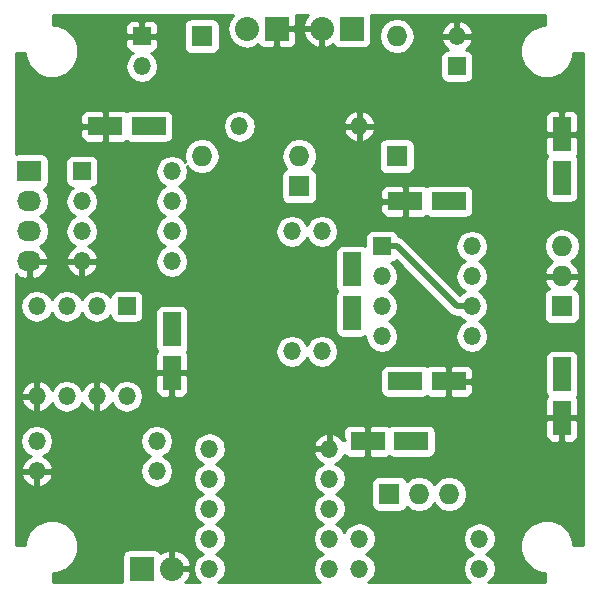
<source format=gbr>
G04 #@! TF.FileFunction,Copper,L2,Bot,Signal*
%FSLAX46Y46*%
G04 Gerber Fmt 4.6, Leading zero omitted, Abs format (unit mm)*
G04 Created by KiCad (PCBNEW 4.0.5+dfsg1-4~bpo8+1) date Thu Apr 20 00:22:00 2017*
%MOMM*%
%LPD*%
G01*
G04 APERTURE LIST*
%ADD10C,0.100000*%
%ADD11R,2.895600X1.498600*%
%ADD12R,1.498600X2.895600*%
%ADD13R,1.498600X1.498600*%
%ADD14O,1.498600X1.498600*%
%ADD15R,1.752600X1.752600*%
%ADD16O,1.752600X1.752600*%
%ADD17R,2.032000X2.032000*%
%ADD18O,2.032000X2.032000*%
%ADD19R,2.032000X1.727200*%
%ADD20O,2.032000X1.727200*%
%ADD21C,0.508000*%
%ADD22C,0.254000*%
G04 APERTURE END LIST*
D10*
D11*
X109791500Y-41910000D03*
X106108500Y-41910000D03*
D12*
X144780000Y-62928500D03*
X144780000Y-66611500D03*
X144780000Y-46291500D03*
X144780000Y-42608500D03*
D13*
X135890000Y-36830000D03*
D14*
X135890000Y-34290000D03*
D13*
X109220000Y-34290000D03*
D14*
X109220000Y-36830000D03*
D12*
X111760000Y-59118500D03*
X111760000Y-62801500D03*
D11*
X135191500Y-48260000D03*
X131508500Y-48260000D03*
X135191500Y-63500000D03*
X131508500Y-63500000D03*
D12*
X127000000Y-57721500D03*
X127000000Y-54038500D03*
D11*
X132016500Y-68580000D03*
X128333500Y-68580000D03*
D15*
X130810000Y-44450000D03*
D16*
X130810000Y-34290000D03*
D15*
X114300000Y-34290000D03*
D16*
X114300000Y-44450000D03*
D15*
X122555000Y-46990000D03*
D16*
X122555000Y-44450000D03*
D13*
X104140000Y-45720000D03*
D14*
X104140000Y-48260000D03*
X104140000Y-50800000D03*
X104140000Y-53340000D03*
X111760000Y-53340000D03*
X111760000Y-50800000D03*
X111760000Y-45720000D03*
X111760000Y-48260000D03*
D17*
X127000000Y-33655000D03*
D18*
X124460000Y-33655000D03*
D17*
X120650000Y-33655000D03*
D18*
X118110000Y-33655000D03*
D17*
X109220000Y-79375000D03*
D18*
X111760000Y-79375000D03*
D19*
X99695000Y-45720000D03*
D20*
X99695000Y-48260000D03*
X99695000Y-50800000D03*
X99695000Y-53340000D03*
D15*
X130175000Y-73025000D03*
D16*
X132715000Y-73025000D03*
X135255000Y-73025000D03*
D14*
X100330000Y-68580000D03*
X110490000Y-68580000D03*
X110490000Y-71120000D03*
X100330000Y-71120000D03*
X114935000Y-69215000D03*
X125095000Y-69215000D03*
X124460000Y-60960000D03*
X124460000Y-50800000D03*
X125095000Y-74295000D03*
X114935000Y-74295000D03*
X125095000Y-71755000D03*
X114935000Y-71755000D03*
X121920000Y-60960000D03*
X121920000Y-50800000D03*
X137795000Y-76835000D03*
X127635000Y-76835000D03*
X125095000Y-76835000D03*
X114935000Y-76835000D03*
X137795000Y-79375000D03*
X127635000Y-79375000D03*
X125095000Y-79375000D03*
X114935000Y-79375000D03*
X117475000Y-41910000D03*
X127635000Y-41910000D03*
D15*
X144780000Y-57150000D03*
D16*
X144780000Y-54610000D03*
X144780000Y-52070000D03*
D13*
X107950000Y-57150000D03*
D14*
X105410000Y-57150000D03*
X102870000Y-57150000D03*
X100330000Y-57150000D03*
X100330000Y-64770000D03*
X102870000Y-64770000D03*
X107950000Y-64770000D03*
X105410000Y-64770000D03*
D13*
X129540000Y-52070000D03*
D14*
X129540000Y-54610000D03*
X129540000Y-57150000D03*
X129540000Y-59690000D03*
X137160000Y-59690000D03*
X137160000Y-57150000D03*
X137160000Y-52070000D03*
X137160000Y-54610000D03*
D21*
X137160000Y-57150000D02*
X135890000Y-57150000D01*
X130810000Y-52070000D02*
X129540000Y-52070000D01*
X135890000Y-57150000D02*
X130810000Y-52070000D01*
D22*
G36*
X116584675Y-32990845D02*
X116459000Y-33622655D01*
X116459000Y-33687345D01*
X116584675Y-34319155D01*
X116942567Y-34854778D01*
X117478190Y-35212670D01*
X118110000Y-35338345D01*
X118741810Y-35212670D01*
X119078001Y-34988034D01*
X119095673Y-35030698D01*
X119274301Y-35209327D01*
X119507690Y-35306000D01*
X120364250Y-35306000D01*
X120523000Y-35147250D01*
X120523000Y-33782000D01*
X120777000Y-33782000D01*
X120777000Y-35147250D01*
X120935750Y-35306000D01*
X121792310Y-35306000D01*
X122025699Y-35209327D01*
X122204327Y-35030698D01*
X122301000Y-34797309D01*
X122301000Y-34037946D01*
X122854017Y-34037946D01*
X123122812Y-34623379D01*
X123595182Y-35061385D01*
X124077056Y-35260975D01*
X124333000Y-35141836D01*
X124333000Y-33782000D01*
X122972633Y-33782000D01*
X122854017Y-34037946D01*
X122301000Y-34037946D01*
X122301000Y-33940750D01*
X122142250Y-33782000D01*
X120777000Y-33782000D01*
X120523000Y-33782000D01*
X120503000Y-33782000D01*
X120503000Y-33528000D01*
X120523000Y-33528000D01*
X120523000Y-33508000D01*
X120777000Y-33508000D01*
X120777000Y-33528000D01*
X122142250Y-33528000D01*
X122301000Y-33369250D01*
X122301000Y-32512691D01*
X122300714Y-32512000D01*
X123311133Y-32512000D01*
X123122812Y-32686621D01*
X122854017Y-33272054D01*
X122972633Y-33528000D01*
X124333000Y-33528000D01*
X124333000Y-33508000D01*
X124587000Y-33508000D01*
X124587000Y-33528000D01*
X124607000Y-33528000D01*
X124607000Y-33782000D01*
X124587000Y-33782000D01*
X124587000Y-35141836D01*
X124842944Y-35260975D01*
X125324818Y-35061385D01*
X125422398Y-34970903D01*
X125519910Y-35122441D01*
X125732110Y-35267431D01*
X125984000Y-35318440D01*
X128016000Y-35318440D01*
X128251317Y-35274162D01*
X128467441Y-35135090D01*
X128612431Y-34922890D01*
X128663440Y-34671000D01*
X128663440Y-34260392D01*
X129298700Y-34260392D01*
X129298700Y-34319608D01*
X129413741Y-34897957D01*
X129741350Y-35388258D01*
X130231651Y-35715867D01*
X130810000Y-35830908D01*
X131388349Y-35715867D01*
X131878650Y-35388258D01*
X132206259Y-34897957D01*
X132321300Y-34319608D01*
X132321300Y-34260392D01*
X132259345Y-33948923D01*
X134548366Y-33948923D01*
X134670278Y-34163000D01*
X135763000Y-34163000D01*
X135763000Y-33071048D01*
X136017000Y-33071048D01*
X136017000Y-34163000D01*
X137109722Y-34163000D01*
X137231634Y-33948923D01*
X136998984Y-33461465D01*
X136597501Y-33100144D01*
X136231075Y-32948376D01*
X136017000Y-33071048D01*
X135763000Y-33071048D01*
X135548925Y-32948376D01*
X135182499Y-33100144D01*
X134781016Y-33461465D01*
X134548366Y-33948923D01*
X132259345Y-33948923D01*
X132206259Y-33682043D01*
X131878650Y-33191742D01*
X131388349Y-32864133D01*
X130810000Y-32749092D01*
X130231651Y-32864133D01*
X129741350Y-33191742D01*
X129413741Y-33682043D01*
X129298700Y-34260392D01*
X128663440Y-34260392D01*
X128663440Y-32639000D01*
X128639543Y-32512000D01*
X143383000Y-32512000D01*
X143383000Y-33324888D01*
X143067381Y-33324613D01*
X142245628Y-33664155D01*
X141616364Y-34292321D01*
X141275389Y-35113481D01*
X141274613Y-36002619D01*
X141614155Y-36824372D01*
X142242321Y-37453636D01*
X143063481Y-37794611D01*
X143952619Y-37795387D01*
X144774372Y-37455845D01*
X145403636Y-36827679D01*
X145744611Y-36006519D01*
X145744890Y-35687000D01*
X146558000Y-35687000D01*
X146558000Y-77343000D01*
X145745112Y-77343000D01*
X145745387Y-77027381D01*
X145405845Y-76205628D01*
X144777679Y-75576364D01*
X143956519Y-75235389D01*
X143067381Y-75234613D01*
X142245628Y-75574155D01*
X141616364Y-76202321D01*
X141275389Y-77023481D01*
X141274613Y-77912619D01*
X141614155Y-78734372D01*
X142242321Y-79363636D01*
X143063481Y-79704611D01*
X143383000Y-79704890D01*
X143383000Y-80518000D01*
X138555297Y-80518000D01*
X138800968Y-80353848D01*
X139101046Y-79904749D01*
X139206420Y-79375000D01*
X139101046Y-78845251D01*
X138800968Y-78396152D01*
X138365228Y-78105000D01*
X138800968Y-77813848D01*
X139101046Y-77364749D01*
X139206420Y-76835000D01*
X139101046Y-76305251D01*
X138800968Y-75856152D01*
X138351869Y-75556074D01*
X137822120Y-75450700D01*
X137767880Y-75450700D01*
X137238131Y-75556074D01*
X136789032Y-75856152D01*
X136488954Y-76305251D01*
X136383580Y-76835000D01*
X136488954Y-77364749D01*
X136789032Y-77813848D01*
X137224772Y-78105000D01*
X136789032Y-78396152D01*
X136488954Y-78845251D01*
X136383580Y-79375000D01*
X136488954Y-79904749D01*
X136789032Y-80353848D01*
X137034703Y-80518000D01*
X128395297Y-80518000D01*
X128640968Y-80353848D01*
X128941046Y-79904749D01*
X129046420Y-79375000D01*
X128941046Y-78845251D01*
X128640968Y-78396152D01*
X128205228Y-78105000D01*
X128640968Y-77813848D01*
X128941046Y-77364749D01*
X129046420Y-76835000D01*
X128941046Y-76305251D01*
X128640968Y-75856152D01*
X128191869Y-75556074D01*
X127662120Y-75450700D01*
X127607880Y-75450700D01*
X127078131Y-75556074D01*
X126629032Y-75856152D01*
X126365000Y-76251304D01*
X126100968Y-75856152D01*
X125665228Y-75565000D01*
X126100968Y-75273848D01*
X126401046Y-74824749D01*
X126506420Y-74295000D01*
X126401046Y-73765251D01*
X126100968Y-73316152D01*
X125665228Y-73025000D01*
X126100968Y-72733848D01*
X126401046Y-72284749D01*
X126428107Y-72148700D01*
X128651260Y-72148700D01*
X128651260Y-73901300D01*
X128695538Y-74136617D01*
X128834610Y-74352741D01*
X129046810Y-74497731D01*
X129298700Y-74548740D01*
X131051300Y-74548740D01*
X131286617Y-74504462D01*
X131502741Y-74365390D01*
X131647731Y-74153190D01*
X131652905Y-74127638D01*
X132136651Y-74450867D01*
X132715000Y-74565908D01*
X133293349Y-74450867D01*
X133783650Y-74123258D01*
X133985000Y-73821917D01*
X134186350Y-74123258D01*
X134676651Y-74450867D01*
X135255000Y-74565908D01*
X135833349Y-74450867D01*
X136323650Y-74123258D01*
X136651259Y-73632957D01*
X136766300Y-73054608D01*
X136766300Y-72995392D01*
X136651259Y-72417043D01*
X136323650Y-71926742D01*
X135833349Y-71599133D01*
X135255000Y-71484092D01*
X134676651Y-71599133D01*
X134186350Y-71926742D01*
X133985000Y-72228083D01*
X133783650Y-71926742D01*
X133293349Y-71599133D01*
X132715000Y-71484092D01*
X132136651Y-71599133D01*
X131655789Y-71920435D01*
X131654462Y-71913383D01*
X131515390Y-71697259D01*
X131303190Y-71552269D01*
X131051300Y-71501260D01*
X129298700Y-71501260D01*
X129063383Y-71545538D01*
X128847259Y-71684610D01*
X128702269Y-71896810D01*
X128651260Y-72148700D01*
X126428107Y-72148700D01*
X126506420Y-71755000D01*
X126401046Y-71225251D01*
X126100968Y-70776152D01*
X125651869Y-70476074D01*
X125618695Y-70469475D01*
X125923535Y-70323984D01*
X126284856Y-69922501D01*
X126371554Y-69713180D01*
X126526002Y-69867627D01*
X126759391Y-69964300D01*
X128047750Y-69964300D01*
X128206500Y-69805550D01*
X128206500Y-68707000D01*
X128186500Y-68707000D01*
X128186500Y-68453000D01*
X128206500Y-68453000D01*
X128206500Y-67354450D01*
X128460500Y-67354450D01*
X128460500Y-68453000D01*
X128480500Y-68453000D01*
X128480500Y-68707000D01*
X128460500Y-68707000D01*
X128460500Y-69805550D01*
X128619250Y-69964300D01*
X129907609Y-69964300D01*
X130140998Y-69867627D01*
X130177845Y-69830780D01*
X130316810Y-69925731D01*
X130568700Y-69976740D01*
X133464300Y-69976740D01*
X133699617Y-69932462D01*
X133915741Y-69793390D01*
X134060731Y-69581190D01*
X134111740Y-69329300D01*
X134111740Y-67830700D01*
X134067462Y-67595383D01*
X133928390Y-67379259D01*
X133716190Y-67234269D01*
X133464300Y-67183260D01*
X130568700Y-67183260D01*
X130333383Y-67227538D01*
X130176874Y-67328249D01*
X130140998Y-67292373D01*
X129907609Y-67195700D01*
X128619250Y-67195700D01*
X128460500Y-67354450D01*
X128206500Y-67354450D01*
X128047750Y-67195700D01*
X126759391Y-67195700D01*
X126526002Y-67292373D01*
X126347373Y-67471001D01*
X126250700Y-67704390D01*
X126250700Y-68294250D01*
X126409448Y-68452998D01*
X126250700Y-68452998D01*
X126250700Y-68469546D01*
X125923535Y-68106016D01*
X125436077Y-67873366D01*
X125222000Y-67995278D01*
X125222000Y-69088000D01*
X125242000Y-69088000D01*
X125242000Y-69342000D01*
X125222000Y-69342000D01*
X125222000Y-69362000D01*
X124968000Y-69362000D01*
X124968000Y-69342000D01*
X123876048Y-69342000D01*
X123753376Y-69556075D01*
X123905144Y-69922501D01*
X124266465Y-70323984D01*
X124571305Y-70469475D01*
X124538131Y-70476074D01*
X124089032Y-70776152D01*
X123788954Y-71225251D01*
X123683580Y-71755000D01*
X123788954Y-72284749D01*
X124089032Y-72733848D01*
X124524772Y-73025000D01*
X124089032Y-73316152D01*
X123788954Y-73765251D01*
X123683580Y-74295000D01*
X123788954Y-74824749D01*
X124089032Y-75273848D01*
X124524772Y-75565000D01*
X124089032Y-75856152D01*
X123788954Y-76305251D01*
X123683580Y-76835000D01*
X123788954Y-77364749D01*
X124089032Y-77813848D01*
X124524772Y-78105000D01*
X124089032Y-78396152D01*
X123788954Y-78845251D01*
X123683580Y-79375000D01*
X123788954Y-79904749D01*
X124089032Y-80353848D01*
X124334703Y-80518000D01*
X115695297Y-80518000D01*
X115940968Y-80353848D01*
X116241046Y-79904749D01*
X116346420Y-79375000D01*
X116241046Y-78845251D01*
X115940968Y-78396152D01*
X115505228Y-78105000D01*
X115940968Y-77813848D01*
X116241046Y-77364749D01*
X116346420Y-76835000D01*
X116241046Y-76305251D01*
X115940968Y-75856152D01*
X115505228Y-75565000D01*
X115940968Y-75273848D01*
X116241046Y-74824749D01*
X116346420Y-74295000D01*
X116241046Y-73765251D01*
X115940968Y-73316152D01*
X115505228Y-73025000D01*
X115940968Y-72733848D01*
X116241046Y-72284749D01*
X116346420Y-71755000D01*
X116241046Y-71225251D01*
X115940968Y-70776152D01*
X115505228Y-70485000D01*
X115940968Y-70193848D01*
X116241046Y-69744749D01*
X116346420Y-69215000D01*
X116278576Y-68873925D01*
X123753376Y-68873925D01*
X123876048Y-69088000D01*
X124968000Y-69088000D01*
X124968000Y-67995278D01*
X124753923Y-67873366D01*
X124266465Y-68106016D01*
X123905144Y-68507499D01*
X123753376Y-68873925D01*
X116278576Y-68873925D01*
X116241046Y-68685251D01*
X115940968Y-68236152D01*
X115491869Y-67936074D01*
X114962120Y-67830700D01*
X114907880Y-67830700D01*
X114378131Y-67936074D01*
X113929032Y-68236152D01*
X113628954Y-68685251D01*
X113523580Y-69215000D01*
X113628954Y-69744749D01*
X113929032Y-70193848D01*
X114364772Y-70485000D01*
X113929032Y-70776152D01*
X113628954Y-71225251D01*
X113523580Y-71755000D01*
X113628954Y-72284749D01*
X113929032Y-72733848D01*
X114364772Y-73025000D01*
X113929032Y-73316152D01*
X113628954Y-73765251D01*
X113523580Y-74295000D01*
X113628954Y-74824749D01*
X113929032Y-75273848D01*
X114364772Y-75565000D01*
X113929032Y-75856152D01*
X113628954Y-76305251D01*
X113523580Y-76835000D01*
X113628954Y-77364749D01*
X113929032Y-77813848D01*
X114364772Y-78105000D01*
X113929032Y-78396152D01*
X113628954Y-78845251D01*
X113523580Y-79375000D01*
X113628954Y-79904749D01*
X113929032Y-80353848D01*
X114174703Y-80518000D01*
X112908867Y-80518000D01*
X113097188Y-80343379D01*
X113365983Y-79757946D01*
X113247367Y-79502000D01*
X111887000Y-79502000D01*
X111887000Y-79522000D01*
X111633000Y-79522000D01*
X111633000Y-79502000D01*
X111613000Y-79502000D01*
X111613000Y-79248000D01*
X111633000Y-79248000D01*
X111633000Y-77888164D01*
X111887000Y-77888164D01*
X111887000Y-79248000D01*
X113247367Y-79248000D01*
X113365983Y-78992054D01*
X113097188Y-78406621D01*
X112624818Y-77968615D01*
X112142944Y-77769025D01*
X111887000Y-77888164D01*
X111633000Y-77888164D01*
X111377056Y-77769025D01*
X110895182Y-77968615D01*
X110797602Y-78059097D01*
X110700090Y-77907559D01*
X110487890Y-77762569D01*
X110236000Y-77711560D01*
X108204000Y-77711560D01*
X107968683Y-77755838D01*
X107752559Y-77894910D01*
X107607569Y-78107110D01*
X107556560Y-78359000D01*
X107556560Y-80391000D01*
X107580457Y-80518000D01*
X101727000Y-80518000D01*
X101727000Y-79705112D01*
X102042619Y-79705387D01*
X102864372Y-79365845D01*
X103493636Y-78737679D01*
X103834611Y-77916519D01*
X103835387Y-77027381D01*
X103495845Y-76205628D01*
X102867679Y-75576364D01*
X102046519Y-75235389D01*
X101157381Y-75234613D01*
X100335628Y-75574155D01*
X99706364Y-76202321D01*
X99365389Y-77023481D01*
X99365110Y-77343000D01*
X98552000Y-77343000D01*
X98552000Y-71461075D01*
X98988376Y-71461075D01*
X99140144Y-71827501D01*
X99501465Y-72228984D01*
X99988923Y-72461634D01*
X100203000Y-72339722D01*
X100203000Y-71247000D01*
X100457000Y-71247000D01*
X100457000Y-72339722D01*
X100671077Y-72461634D01*
X101158535Y-72228984D01*
X101519856Y-71827501D01*
X101671624Y-71461075D01*
X101548952Y-71247000D01*
X100457000Y-71247000D01*
X100203000Y-71247000D01*
X99111048Y-71247000D01*
X98988376Y-71461075D01*
X98552000Y-71461075D01*
X98552000Y-68580000D01*
X98918580Y-68580000D01*
X99023954Y-69109749D01*
X99324032Y-69558848D01*
X99773131Y-69858926D01*
X99806305Y-69865525D01*
X99501465Y-70011016D01*
X99140144Y-70412499D01*
X98988376Y-70778925D01*
X99111048Y-70993000D01*
X100203000Y-70993000D01*
X100203000Y-70973000D01*
X100457000Y-70973000D01*
X100457000Y-70993000D01*
X101548952Y-70993000D01*
X101671624Y-70778925D01*
X101519856Y-70412499D01*
X101158535Y-70011016D01*
X100853695Y-69865525D01*
X100886869Y-69858926D01*
X101335968Y-69558848D01*
X101636046Y-69109749D01*
X101741420Y-68580000D01*
X109078580Y-68580000D01*
X109183954Y-69109749D01*
X109484032Y-69558848D01*
X109919772Y-69850000D01*
X109484032Y-70141152D01*
X109183954Y-70590251D01*
X109078580Y-71120000D01*
X109183954Y-71649749D01*
X109484032Y-72098848D01*
X109933131Y-72398926D01*
X110462880Y-72504300D01*
X110517120Y-72504300D01*
X111046869Y-72398926D01*
X111495968Y-72098848D01*
X111796046Y-71649749D01*
X111901420Y-71120000D01*
X111796046Y-70590251D01*
X111495968Y-70141152D01*
X111060228Y-69850000D01*
X111495968Y-69558848D01*
X111796046Y-69109749D01*
X111901420Y-68580000D01*
X111796046Y-68050251D01*
X111495968Y-67601152D01*
X111046869Y-67301074D01*
X110517120Y-67195700D01*
X110462880Y-67195700D01*
X109933131Y-67301074D01*
X109484032Y-67601152D01*
X109183954Y-68050251D01*
X109078580Y-68580000D01*
X101741420Y-68580000D01*
X101636046Y-68050251D01*
X101335968Y-67601152D01*
X100886869Y-67301074D01*
X100357120Y-67195700D01*
X100302880Y-67195700D01*
X99773131Y-67301074D01*
X99324032Y-67601152D01*
X99023954Y-68050251D01*
X98918580Y-68580000D01*
X98552000Y-68580000D01*
X98552000Y-66897250D01*
X143395700Y-66897250D01*
X143395700Y-68185609D01*
X143492373Y-68418998D01*
X143671001Y-68597627D01*
X143904390Y-68694300D01*
X144494250Y-68694300D01*
X144653000Y-68535550D01*
X144653000Y-66738500D01*
X144907000Y-66738500D01*
X144907000Y-68535550D01*
X145065750Y-68694300D01*
X145655610Y-68694300D01*
X145888999Y-68597627D01*
X146067627Y-68418998D01*
X146164300Y-68185609D01*
X146164300Y-66897250D01*
X146005550Y-66738500D01*
X144907000Y-66738500D01*
X144653000Y-66738500D01*
X143554450Y-66738500D01*
X143395700Y-66897250D01*
X98552000Y-66897250D01*
X98552000Y-65111075D01*
X98988376Y-65111075D01*
X99140144Y-65477501D01*
X99501465Y-65878984D01*
X99988923Y-66111634D01*
X100203000Y-65989722D01*
X100203000Y-64897000D01*
X99111048Y-64897000D01*
X98988376Y-65111075D01*
X98552000Y-65111075D01*
X98552000Y-64428925D01*
X98988376Y-64428925D01*
X99111048Y-64643000D01*
X100203000Y-64643000D01*
X100203000Y-63550278D01*
X100457000Y-63550278D01*
X100457000Y-64643000D01*
X100477000Y-64643000D01*
X100477000Y-64897000D01*
X100457000Y-64897000D01*
X100457000Y-65989722D01*
X100671077Y-66111634D01*
X101158535Y-65878984D01*
X101519856Y-65477501D01*
X101582180Y-65327026D01*
X101864032Y-65748848D01*
X102313131Y-66048926D01*
X102842880Y-66154300D01*
X102897120Y-66154300D01*
X103426869Y-66048926D01*
X103875968Y-65748848D01*
X104157820Y-65327026D01*
X104220144Y-65477501D01*
X104581465Y-65878984D01*
X105068923Y-66111634D01*
X105283000Y-65989722D01*
X105283000Y-64897000D01*
X105263000Y-64897000D01*
X105263000Y-64643000D01*
X105283000Y-64643000D01*
X105283000Y-63550278D01*
X105537000Y-63550278D01*
X105537000Y-64643000D01*
X105557000Y-64643000D01*
X105557000Y-64897000D01*
X105537000Y-64897000D01*
X105537000Y-65989722D01*
X105751077Y-66111634D01*
X106238535Y-65878984D01*
X106599856Y-65477501D01*
X106662180Y-65327026D01*
X106944032Y-65748848D01*
X107393131Y-66048926D01*
X107922880Y-66154300D01*
X107977120Y-66154300D01*
X108506869Y-66048926D01*
X108955968Y-65748848D01*
X109256046Y-65299749D01*
X109361420Y-64770000D01*
X109256046Y-64240251D01*
X108955968Y-63791152D01*
X108506869Y-63491074D01*
X107977120Y-63385700D01*
X107922880Y-63385700D01*
X107393131Y-63491074D01*
X106944032Y-63791152D01*
X106662180Y-64212974D01*
X106599856Y-64062499D01*
X106238535Y-63661016D01*
X105751077Y-63428366D01*
X105537000Y-63550278D01*
X105283000Y-63550278D01*
X105068923Y-63428366D01*
X104581465Y-63661016D01*
X104220144Y-64062499D01*
X104157820Y-64212974D01*
X103875968Y-63791152D01*
X103426869Y-63491074D01*
X102897120Y-63385700D01*
X102842880Y-63385700D01*
X102313131Y-63491074D01*
X101864032Y-63791152D01*
X101582180Y-64212974D01*
X101519856Y-64062499D01*
X101158535Y-63661016D01*
X100671077Y-63428366D01*
X100457000Y-63550278D01*
X100203000Y-63550278D01*
X99988923Y-63428366D01*
X99501465Y-63661016D01*
X99140144Y-64062499D01*
X98988376Y-64428925D01*
X98552000Y-64428925D01*
X98552000Y-63087250D01*
X110375700Y-63087250D01*
X110375700Y-64375609D01*
X110472373Y-64608998D01*
X110651001Y-64787627D01*
X110884390Y-64884300D01*
X111474250Y-64884300D01*
X111633000Y-64725550D01*
X111633000Y-62928500D01*
X111887000Y-62928500D01*
X111887000Y-64725550D01*
X112045750Y-64884300D01*
X112635610Y-64884300D01*
X112868999Y-64787627D01*
X113047627Y-64608998D01*
X113144300Y-64375609D01*
X113144300Y-63087250D01*
X112985550Y-62928500D01*
X111887000Y-62928500D01*
X111633000Y-62928500D01*
X110534450Y-62928500D01*
X110375700Y-63087250D01*
X98552000Y-63087250D01*
X98552000Y-62750700D01*
X129413260Y-62750700D01*
X129413260Y-64249300D01*
X129457538Y-64484617D01*
X129596610Y-64700741D01*
X129808810Y-64845731D01*
X130060700Y-64896740D01*
X132956300Y-64896740D01*
X133191617Y-64852462D01*
X133348126Y-64751751D01*
X133384002Y-64787627D01*
X133617391Y-64884300D01*
X134905750Y-64884300D01*
X135064500Y-64725550D01*
X135064500Y-63627000D01*
X135318500Y-63627000D01*
X135318500Y-64725550D01*
X135477250Y-64884300D01*
X136765609Y-64884300D01*
X136998998Y-64787627D01*
X137177627Y-64608999D01*
X137274300Y-64375610D01*
X137274300Y-63785750D01*
X137115550Y-63627000D01*
X135318500Y-63627000D01*
X135064500Y-63627000D01*
X135044500Y-63627000D01*
X135044500Y-63373000D01*
X135064500Y-63373000D01*
X135064500Y-62274450D01*
X135318500Y-62274450D01*
X135318500Y-63373000D01*
X137115550Y-63373000D01*
X137274300Y-63214250D01*
X137274300Y-62624390D01*
X137177627Y-62391001D01*
X136998998Y-62212373D01*
X136765609Y-62115700D01*
X135477250Y-62115700D01*
X135318500Y-62274450D01*
X135064500Y-62274450D01*
X134905750Y-62115700D01*
X133617391Y-62115700D01*
X133384002Y-62212373D01*
X133347155Y-62249220D01*
X133208190Y-62154269D01*
X132956300Y-62103260D01*
X130060700Y-62103260D01*
X129825383Y-62147538D01*
X129609259Y-62286610D01*
X129464269Y-62498810D01*
X129413260Y-62750700D01*
X98552000Y-62750700D01*
X98552000Y-57150000D01*
X98918580Y-57150000D01*
X99023954Y-57679749D01*
X99324032Y-58128848D01*
X99773131Y-58428926D01*
X100302880Y-58534300D01*
X100357120Y-58534300D01*
X100886869Y-58428926D01*
X101335968Y-58128848D01*
X101600000Y-57733696D01*
X101864032Y-58128848D01*
X102313131Y-58428926D01*
X102842880Y-58534300D01*
X102897120Y-58534300D01*
X103426869Y-58428926D01*
X103875968Y-58128848D01*
X104140000Y-57733696D01*
X104404032Y-58128848D01*
X104853131Y-58428926D01*
X105382880Y-58534300D01*
X105437120Y-58534300D01*
X105966869Y-58428926D01*
X106415968Y-58128848D01*
X106556795Y-57918086D01*
X106597538Y-58134617D01*
X106736610Y-58350741D01*
X106948810Y-58495731D01*
X107200700Y-58546740D01*
X108699300Y-58546740D01*
X108934617Y-58502462D01*
X109150741Y-58363390D01*
X109295731Y-58151190D01*
X109346740Y-57899300D01*
X109346740Y-57670700D01*
X110363260Y-57670700D01*
X110363260Y-60566300D01*
X110407538Y-60801617D01*
X110508249Y-60958126D01*
X110472373Y-60994002D01*
X110375700Y-61227391D01*
X110375700Y-62515750D01*
X110534450Y-62674500D01*
X111633000Y-62674500D01*
X111633000Y-62654500D01*
X111887000Y-62654500D01*
X111887000Y-62674500D01*
X112985550Y-62674500D01*
X113144300Y-62515750D01*
X113144300Y-61227391D01*
X113047627Y-60994002D01*
X113010780Y-60957155D01*
X113027366Y-60932880D01*
X120535700Y-60932880D01*
X120535700Y-60987120D01*
X120641074Y-61516869D01*
X120941152Y-61965968D01*
X121390251Y-62266046D01*
X121920000Y-62371420D01*
X122449749Y-62266046D01*
X122898848Y-61965968D01*
X123190000Y-61530228D01*
X123481152Y-61965968D01*
X123930251Y-62266046D01*
X124460000Y-62371420D01*
X124989749Y-62266046D01*
X125438848Y-61965968D01*
X125738926Y-61516869D01*
X125746120Y-61480700D01*
X143383260Y-61480700D01*
X143383260Y-64376300D01*
X143427538Y-64611617D01*
X143528249Y-64768126D01*
X143492373Y-64804002D01*
X143395700Y-65037391D01*
X143395700Y-66325750D01*
X143554450Y-66484500D01*
X144653000Y-66484500D01*
X144653000Y-66464500D01*
X144907000Y-66464500D01*
X144907000Y-66484500D01*
X146005550Y-66484500D01*
X146164300Y-66325750D01*
X146164300Y-65037391D01*
X146067627Y-64804002D01*
X146030780Y-64767155D01*
X146125731Y-64628190D01*
X146176740Y-64376300D01*
X146176740Y-61480700D01*
X146132462Y-61245383D01*
X145993390Y-61029259D01*
X145781190Y-60884269D01*
X145529300Y-60833260D01*
X144030700Y-60833260D01*
X143795383Y-60877538D01*
X143579259Y-61016610D01*
X143434269Y-61228810D01*
X143383260Y-61480700D01*
X125746120Y-61480700D01*
X125844300Y-60987120D01*
X125844300Y-60932880D01*
X125738926Y-60403131D01*
X125438848Y-59954032D01*
X124989749Y-59653954D01*
X124460000Y-59548580D01*
X123930251Y-59653954D01*
X123481152Y-59954032D01*
X123190000Y-60389772D01*
X122898848Y-59954032D01*
X122449749Y-59653954D01*
X121920000Y-59548580D01*
X121390251Y-59653954D01*
X120941152Y-59954032D01*
X120641074Y-60403131D01*
X120535700Y-60932880D01*
X113027366Y-60932880D01*
X113105731Y-60818190D01*
X113156740Y-60566300D01*
X113156740Y-57670700D01*
X113112462Y-57435383D01*
X112973390Y-57219259D01*
X112761190Y-57074269D01*
X112509300Y-57023260D01*
X111010700Y-57023260D01*
X110775383Y-57067538D01*
X110559259Y-57206610D01*
X110414269Y-57418810D01*
X110363260Y-57670700D01*
X109346740Y-57670700D01*
X109346740Y-56400700D01*
X109302462Y-56165383D01*
X109163390Y-55949259D01*
X108951190Y-55804269D01*
X108699300Y-55753260D01*
X107200700Y-55753260D01*
X106965383Y-55797538D01*
X106749259Y-55936610D01*
X106604269Y-56148810D01*
X106557002Y-56382224D01*
X106415968Y-56171152D01*
X105966869Y-55871074D01*
X105437120Y-55765700D01*
X105382880Y-55765700D01*
X104853131Y-55871074D01*
X104404032Y-56171152D01*
X104140000Y-56566304D01*
X103875968Y-56171152D01*
X103426869Y-55871074D01*
X102897120Y-55765700D01*
X102842880Y-55765700D01*
X102313131Y-55871074D01*
X101864032Y-56171152D01*
X101600000Y-56566304D01*
X101335968Y-56171152D01*
X100886869Y-55871074D01*
X100357120Y-55765700D01*
X100302880Y-55765700D01*
X99773131Y-55871074D01*
X99324032Y-56171152D01*
X99023954Y-56620251D01*
X98918580Y-57150000D01*
X98552000Y-57150000D01*
X98552000Y-54427637D01*
X98780680Y-54631954D01*
X99333087Y-54825184D01*
X99568000Y-54680924D01*
X99568000Y-53467000D01*
X99822000Y-53467000D01*
X99822000Y-54680924D01*
X100056913Y-54825184D01*
X100609320Y-54631954D01*
X101045732Y-54242036D01*
X101299709Y-53714791D01*
X101302358Y-53699026D01*
X101292987Y-53681077D01*
X102798366Y-53681077D01*
X103031016Y-54168535D01*
X103432499Y-54529856D01*
X103798925Y-54681624D01*
X104013000Y-54558952D01*
X104013000Y-53467000D01*
X104267000Y-53467000D01*
X104267000Y-54558952D01*
X104481075Y-54681624D01*
X104847501Y-54529856D01*
X105248984Y-54168535D01*
X105481634Y-53681077D01*
X105359722Y-53467000D01*
X104267000Y-53467000D01*
X104013000Y-53467000D01*
X102920278Y-53467000D01*
X102798366Y-53681077D01*
X101292987Y-53681077D01*
X101181217Y-53467000D01*
X99822000Y-53467000D01*
X99568000Y-53467000D01*
X99548000Y-53467000D01*
X99548000Y-53213000D01*
X99568000Y-53213000D01*
X99568000Y-53193000D01*
X99822000Y-53193000D01*
X99822000Y-53213000D01*
X101181217Y-53213000D01*
X101302358Y-52980974D01*
X101299709Y-52965209D01*
X101045732Y-52437964D01*
X100629931Y-52066461D01*
X100939415Y-51859670D01*
X101264271Y-51373489D01*
X101378345Y-50800000D01*
X101264271Y-50226511D01*
X100939415Y-49740330D01*
X100624634Y-49530000D01*
X100939415Y-49319670D01*
X101264271Y-48833489D01*
X101378345Y-48260000D01*
X101264271Y-47686511D01*
X100939415Y-47200330D01*
X100925087Y-47190757D01*
X100946317Y-47186762D01*
X101162441Y-47047690D01*
X101307431Y-46835490D01*
X101358440Y-46583600D01*
X101358440Y-44970700D01*
X102743260Y-44970700D01*
X102743260Y-46469300D01*
X102787538Y-46704617D01*
X102926610Y-46920741D01*
X103138810Y-47065731D01*
X103372224Y-47112998D01*
X103161152Y-47254032D01*
X102861074Y-47703131D01*
X102755700Y-48232880D01*
X102755700Y-48287120D01*
X102861074Y-48816869D01*
X103161152Y-49265968D01*
X103556304Y-49530000D01*
X103161152Y-49794032D01*
X102861074Y-50243131D01*
X102755700Y-50772880D01*
X102755700Y-50827120D01*
X102861074Y-51356869D01*
X103161152Y-51805968D01*
X103582974Y-52087820D01*
X103432499Y-52150144D01*
X103031016Y-52511465D01*
X102798366Y-52998923D01*
X102920278Y-53213000D01*
X104013000Y-53213000D01*
X104013000Y-53193000D01*
X104267000Y-53193000D01*
X104267000Y-53213000D01*
X105359722Y-53213000D01*
X105481634Y-52998923D01*
X105248984Y-52511465D01*
X104847501Y-52150144D01*
X104697026Y-52087820D01*
X105118848Y-51805968D01*
X105418926Y-51356869D01*
X105524300Y-50827120D01*
X105524300Y-50772880D01*
X105418926Y-50243131D01*
X105118848Y-49794032D01*
X104723696Y-49530000D01*
X105118848Y-49265968D01*
X105418926Y-48816869D01*
X105524300Y-48287120D01*
X105524300Y-48232880D01*
X105418926Y-47703131D01*
X105118848Y-47254032D01*
X104908086Y-47113205D01*
X105124617Y-47072462D01*
X105340741Y-46933390D01*
X105485731Y-46721190D01*
X105536740Y-46469300D01*
X105536740Y-45692880D01*
X110375700Y-45692880D01*
X110375700Y-45747120D01*
X110481074Y-46276869D01*
X110781152Y-46725968D01*
X111176304Y-46990000D01*
X110781152Y-47254032D01*
X110481074Y-47703131D01*
X110375700Y-48232880D01*
X110375700Y-48287120D01*
X110481074Y-48816869D01*
X110781152Y-49265968D01*
X111176304Y-49530000D01*
X110781152Y-49794032D01*
X110481074Y-50243131D01*
X110375700Y-50772880D01*
X110375700Y-50827120D01*
X110481074Y-51356869D01*
X110781152Y-51805968D01*
X111176304Y-52070000D01*
X110781152Y-52334032D01*
X110481074Y-52783131D01*
X110375700Y-53312880D01*
X110375700Y-53367120D01*
X110481074Y-53896869D01*
X110781152Y-54345968D01*
X111230251Y-54646046D01*
X111760000Y-54751420D01*
X112289749Y-54646046D01*
X112738848Y-54345968D01*
X113038926Y-53896869D01*
X113144300Y-53367120D01*
X113144300Y-53312880D01*
X113038926Y-52783131D01*
X112910348Y-52590700D01*
X125603260Y-52590700D01*
X125603260Y-55486300D01*
X125647538Y-55721617D01*
X125750284Y-55881288D01*
X125654269Y-56021810D01*
X125603260Y-56273700D01*
X125603260Y-59169300D01*
X125647538Y-59404617D01*
X125786610Y-59620741D01*
X125998810Y-59765731D01*
X126250700Y-59816740D01*
X127749300Y-59816740D01*
X127984617Y-59772462D01*
X128155816Y-59662299D01*
X128155700Y-59662880D01*
X128155700Y-59717120D01*
X128261074Y-60246869D01*
X128561152Y-60695968D01*
X129010251Y-60996046D01*
X129540000Y-61101420D01*
X130069749Y-60996046D01*
X130518848Y-60695968D01*
X130818926Y-60246869D01*
X130924300Y-59717120D01*
X130924300Y-59662880D01*
X130818926Y-59133131D01*
X130518848Y-58684032D01*
X130123696Y-58420000D01*
X130518848Y-58155968D01*
X130818926Y-57706869D01*
X130924300Y-57177120D01*
X130924300Y-57122880D01*
X130818926Y-56593131D01*
X130518848Y-56144032D01*
X130123696Y-55880000D01*
X130518848Y-55615968D01*
X130818926Y-55166869D01*
X130924300Y-54637120D01*
X130924300Y-54582880D01*
X130818926Y-54053131D01*
X130518848Y-53604032D01*
X130308086Y-53463205D01*
X130524617Y-53422462D01*
X130740741Y-53283390D01*
X130751057Y-53268293D01*
X135261382Y-57778618D01*
X135549794Y-57971329D01*
X135890000Y-58039000D01*
X136102997Y-58039000D01*
X136181152Y-58155968D01*
X136576304Y-58420000D01*
X136181152Y-58684032D01*
X135881074Y-59133131D01*
X135775700Y-59662880D01*
X135775700Y-59717120D01*
X135881074Y-60246869D01*
X136181152Y-60695968D01*
X136630251Y-60996046D01*
X137160000Y-61101420D01*
X137689749Y-60996046D01*
X138138848Y-60695968D01*
X138438926Y-60246869D01*
X138544300Y-59717120D01*
X138544300Y-59662880D01*
X138438926Y-59133131D01*
X138138848Y-58684032D01*
X137743696Y-58420000D01*
X138138848Y-58155968D01*
X138438926Y-57706869D01*
X138544300Y-57177120D01*
X138544300Y-57122880D01*
X138438926Y-56593131D01*
X138225490Y-56273700D01*
X143256260Y-56273700D01*
X143256260Y-58026300D01*
X143300538Y-58261617D01*
X143439610Y-58477741D01*
X143651810Y-58622731D01*
X143903700Y-58673740D01*
X145656300Y-58673740D01*
X145891617Y-58629462D01*
X146107741Y-58490390D01*
X146252731Y-58278190D01*
X146303740Y-58026300D01*
X146303740Y-56273700D01*
X146259462Y-56038383D01*
X146120390Y-55822259D01*
X145908190Y-55677269D01*
X145827567Y-55660942D01*
X146072999Y-55392438D01*
X146247546Y-54971020D01*
X146126574Y-54737000D01*
X144907000Y-54737000D01*
X144907000Y-54757000D01*
X144653000Y-54757000D01*
X144653000Y-54737000D01*
X143433426Y-54737000D01*
X143312454Y-54971020D01*
X143487001Y-55392438D01*
X143730518Y-55658847D01*
X143668383Y-55670538D01*
X143452259Y-55809610D01*
X143307269Y-56021810D01*
X143256260Y-56273700D01*
X138225490Y-56273700D01*
X138138848Y-56144032D01*
X137743696Y-55880000D01*
X138138848Y-55615968D01*
X138438926Y-55166869D01*
X138544300Y-54637120D01*
X138544300Y-54582880D01*
X138438926Y-54053131D01*
X138138848Y-53604032D01*
X137743696Y-53340000D01*
X138138848Y-53075968D01*
X138438926Y-52626869D01*
X138544300Y-52097120D01*
X138544300Y-52070000D01*
X143239092Y-52070000D01*
X143354133Y-52648349D01*
X143681742Y-53138650D01*
X143988681Y-53343740D01*
X143884851Y-53392312D01*
X143487001Y-53827562D01*
X143312454Y-54248980D01*
X143433426Y-54483000D01*
X144653000Y-54483000D01*
X144653000Y-54463000D01*
X144907000Y-54463000D01*
X144907000Y-54483000D01*
X146126574Y-54483000D01*
X146247546Y-54248980D01*
X146072999Y-53827562D01*
X145675149Y-53392312D01*
X145571319Y-53343740D01*
X145878258Y-53138650D01*
X146205867Y-52648349D01*
X146320908Y-52070000D01*
X146205867Y-51491651D01*
X145878258Y-51001350D01*
X145387957Y-50673741D01*
X144809608Y-50558700D01*
X144750392Y-50558700D01*
X144172043Y-50673741D01*
X143681742Y-51001350D01*
X143354133Y-51491651D01*
X143239092Y-52070000D01*
X138544300Y-52070000D01*
X138544300Y-52042880D01*
X138438926Y-51513131D01*
X138138848Y-51064032D01*
X137689749Y-50763954D01*
X137160000Y-50658580D01*
X136630251Y-50763954D01*
X136181152Y-51064032D01*
X135881074Y-51513131D01*
X135775700Y-52042880D01*
X135775700Y-52097120D01*
X135881074Y-52626869D01*
X136181152Y-53075968D01*
X136576304Y-53340000D01*
X136181152Y-53604032D01*
X135881074Y-54053131D01*
X135775700Y-54582880D01*
X135775700Y-54637120D01*
X135881074Y-55166869D01*
X136181152Y-55615968D01*
X136576304Y-55880000D01*
X136181152Y-56144032D01*
X136165177Y-56167941D01*
X131438618Y-51441382D01*
X131337009Y-51373489D01*
X131150206Y-51248671D01*
X130914360Y-51201758D01*
X130892462Y-51085383D01*
X130753390Y-50869259D01*
X130541190Y-50724269D01*
X130289300Y-50673260D01*
X128790700Y-50673260D01*
X128555383Y-50717538D01*
X128339259Y-50856610D01*
X128194269Y-51068810D01*
X128143260Y-51320700D01*
X128143260Y-52091341D01*
X128001190Y-51994269D01*
X127749300Y-51943260D01*
X126250700Y-51943260D01*
X126015383Y-51987538D01*
X125799259Y-52126610D01*
X125654269Y-52338810D01*
X125603260Y-52590700D01*
X112910348Y-52590700D01*
X112738848Y-52334032D01*
X112343696Y-52070000D01*
X112738848Y-51805968D01*
X113038926Y-51356869D01*
X113144300Y-50827120D01*
X113144300Y-50772880D01*
X120535700Y-50772880D01*
X120535700Y-50827120D01*
X120641074Y-51356869D01*
X120941152Y-51805968D01*
X121390251Y-52106046D01*
X121920000Y-52211420D01*
X122449749Y-52106046D01*
X122898848Y-51805968D01*
X123190000Y-51370228D01*
X123481152Y-51805968D01*
X123930251Y-52106046D01*
X124460000Y-52211420D01*
X124989749Y-52106046D01*
X125438848Y-51805968D01*
X125738926Y-51356869D01*
X125844300Y-50827120D01*
X125844300Y-50772880D01*
X125738926Y-50243131D01*
X125438848Y-49794032D01*
X124989749Y-49493954D01*
X124460000Y-49388580D01*
X123930251Y-49493954D01*
X123481152Y-49794032D01*
X123190000Y-50229772D01*
X122898848Y-49794032D01*
X122449749Y-49493954D01*
X121920000Y-49388580D01*
X121390251Y-49493954D01*
X120941152Y-49794032D01*
X120641074Y-50243131D01*
X120535700Y-50772880D01*
X113144300Y-50772880D01*
X113038926Y-50243131D01*
X112738848Y-49794032D01*
X112343696Y-49530000D01*
X112738848Y-49265968D01*
X113038926Y-48816869D01*
X113092855Y-48545750D01*
X129425700Y-48545750D01*
X129425700Y-49135610D01*
X129522373Y-49368999D01*
X129701002Y-49547627D01*
X129934391Y-49644300D01*
X131222750Y-49644300D01*
X131381500Y-49485550D01*
X131381500Y-48387000D01*
X129584450Y-48387000D01*
X129425700Y-48545750D01*
X113092855Y-48545750D01*
X113144300Y-48287120D01*
X113144300Y-48232880D01*
X113038926Y-47703131D01*
X112738848Y-47254032D01*
X112343696Y-46990000D01*
X112738848Y-46725968D01*
X113038926Y-46276869D01*
X113071382Y-46113700D01*
X121031260Y-46113700D01*
X121031260Y-47866300D01*
X121075538Y-48101617D01*
X121214610Y-48317741D01*
X121426810Y-48462731D01*
X121678700Y-48513740D01*
X123431300Y-48513740D01*
X123666617Y-48469462D01*
X123882741Y-48330390D01*
X124027731Y-48118190D01*
X124078740Y-47866300D01*
X124078740Y-47384390D01*
X129425700Y-47384390D01*
X129425700Y-47974250D01*
X129584450Y-48133000D01*
X131381500Y-48133000D01*
X131381500Y-47034450D01*
X131635500Y-47034450D01*
X131635500Y-48133000D01*
X131655500Y-48133000D01*
X131655500Y-48387000D01*
X131635500Y-48387000D01*
X131635500Y-49485550D01*
X131794250Y-49644300D01*
X133082609Y-49644300D01*
X133315998Y-49547627D01*
X133352845Y-49510780D01*
X133491810Y-49605731D01*
X133743700Y-49656740D01*
X136639300Y-49656740D01*
X136874617Y-49612462D01*
X137090741Y-49473390D01*
X137235731Y-49261190D01*
X137286740Y-49009300D01*
X137286740Y-47510700D01*
X137242462Y-47275383D01*
X137103390Y-47059259D01*
X136891190Y-46914269D01*
X136639300Y-46863260D01*
X133743700Y-46863260D01*
X133508383Y-46907538D01*
X133351874Y-47008249D01*
X133315998Y-46972373D01*
X133082609Y-46875700D01*
X131794250Y-46875700D01*
X131635500Y-47034450D01*
X131381500Y-47034450D01*
X131222750Y-46875700D01*
X129934391Y-46875700D01*
X129701002Y-46972373D01*
X129522373Y-47151001D01*
X129425700Y-47384390D01*
X124078740Y-47384390D01*
X124078740Y-46113700D01*
X124034462Y-45878383D01*
X123895390Y-45662259D01*
X123683190Y-45517269D01*
X123648985Y-45510342D01*
X123951259Y-45057957D01*
X124066300Y-44479608D01*
X124066300Y-44420392D01*
X123951259Y-43842043D01*
X123771958Y-43573700D01*
X129286260Y-43573700D01*
X129286260Y-45326300D01*
X129330538Y-45561617D01*
X129469610Y-45777741D01*
X129681810Y-45922731D01*
X129933700Y-45973740D01*
X131686300Y-45973740D01*
X131921617Y-45929462D01*
X132137741Y-45790390D01*
X132282731Y-45578190D01*
X132333740Y-45326300D01*
X132333740Y-44843700D01*
X143383260Y-44843700D01*
X143383260Y-47739300D01*
X143427538Y-47974617D01*
X143566610Y-48190741D01*
X143778810Y-48335731D01*
X144030700Y-48386740D01*
X145529300Y-48386740D01*
X145764617Y-48342462D01*
X145980741Y-48203390D01*
X146125731Y-47991190D01*
X146176740Y-47739300D01*
X146176740Y-44843700D01*
X146132462Y-44608383D01*
X146031751Y-44451874D01*
X146067627Y-44415998D01*
X146164300Y-44182609D01*
X146164300Y-42894250D01*
X146005550Y-42735500D01*
X144907000Y-42735500D01*
X144907000Y-42755500D01*
X144653000Y-42755500D01*
X144653000Y-42735500D01*
X143554450Y-42735500D01*
X143395700Y-42894250D01*
X143395700Y-44182609D01*
X143492373Y-44415998D01*
X143529220Y-44452845D01*
X143434269Y-44591810D01*
X143383260Y-44843700D01*
X132333740Y-44843700D01*
X132333740Y-43573700D01*
X132289462Y-43338383D01*
X132150390Y-43122259D01*
X131938190Y-42977269D01*
X131686300Y-42926260D01*
X129933700Y-42926260D01*
X129698383Y-42970538D01*
X129482259Y-43109610D01*
X129337269Y-43321810D01*
X129286260Y-43573700D01*
X123771958Y-43573700D01*
X123623650Y-43351742D01*
X123133349Y-43024133D01*
X122555000Y-42909092D01*
X121976651Y-43024133D01*
X121486350Y-43351742D01*
X121158741Y-43842043D01*
X121043700Y-44420392D01*
X121043700Y-44479608D01*
X121158741Y-45057957D01*
X121459162Y-45507569D01*
X121443383Y-45510538D01*
X121227259Y-45649610D01*
X121082269Y-45861810D01*
X121031260Y-46113700D01*
X113071382Y-46113700D01*
X113144300Y-45747120D01*
X113144300Y-45692880D01*
X113066440Y-45301453D01*
X113231350Y-45548258D01*
X113721651Y-45875867D01*
X114300000Y-45990908D01*
X114878349Y-45875867D01*
X115368650Y-45548258D01*
X115696259Y-45057957D01*
X115811300Y-44479608D01*
X115811300Y-44420392D01*
X115696259Y-43842043D01*
X115368650Y-43351742D01*
X114878349Y-43024133D01*
X114300000Y-42909092D01*
X113721651Y-43024133D01*
X113231350Y-43351742D01*
X112903741Y-43842043D01*
X112788700Y-44420392D01*
X112788700Y-44479608D01*
X112876227Y-44919634D01*
X112738848Y-44714032D01*
X112289749Y-44413954D01*
X111760000Y-44308580D01*
X111230251Y-44413954D01*
X110781152Y-44714032D01*
X110481074Y-45163131D01*
X110375700Y-45692880D01*
X105536740Y-45692880D01*
X105536740Y-44970700D01*
X105492462Y-44735383D01*
X105353390Y-44519259D01*
X105141190Y-44374269D01*
X104889300Y-44323260D01*
X103390700Y-44323260D01*
X103155383Y-44367538D01*
X102939259Y-44506610D01*
X102794269Y-44718810D01*
X102743260Y-44970700D01*
X101358440Y-44970700D01*
X101358440Y-44856400D01*
X101314162Y-44621083D01*
X101175090Y-44404959D01*
X100962890Y-44259969D01*
X100711000Y-44208960D01*
X98679000Y-44208960D01*
X98552000Y-44232857D01*
X98552000Y-42195750D01*
X104025700Y-42195750D01*
X104025700Y-42785610D01*
X104122373Y-43018999D01*
X104301002Y-43197627D01*
X104534391Y-43294300D01*
X105822750Y-43294300D01*
X105981500Y-43135550D01*
X105981500Y-42037000D01*
X104184450Y-42037000D01*
X104025700Y-42195750D01*
X98552000Y-42195750D01*
X98552000Y-41034390D01*
X104025700Y-41034390D01*
X104025700Y-41624250D01*
X104184450Y-41783000D01*
X105981500Y-41783000D01*
X105981500Y-40684450D01*
X106235500Y-40684450D01*
X106235500Y-41783000D01*
X106255500Y-41783000D01*
X106255500Y-42037000D01*
X106235500Y-42037000D01*
X106235500Y-43135550D01*
X106394250Y-43294300D01*
X107682609Y-43294300D01*
X107915998Y-43197627D01*
X107952845Y-43160780D01*
X108091810Y-43255731D01*
X108343700Y-43306740D01*
X111239300Y-43306740D01*
X111474617Y-43262462D01*
X111690741Y-43123390D01*
X111835731Y-42911190D01*
X111886740Y-42659300D01*
X111886740Y-41910000D01*
X116063580Y-41910000D01*
X116168954Y-42439749D01*
X116469032Y-42888848D01*
X116918131Y-43188926D01*
X117447880Y-43294300D01*
X117502120Y-43294300D01*
X118031869Y-43188926D01*
X118480968Y-42888848D01*
X118781046Y-42439749D01*
X118818575Y-42251075D01*
X126293376Y-42251075D01*
X126445144Y-42617501D01*
X126806465Y-43018984D01*
X127293923Y-43251634D01*
X127508000Y-43129722D01*
X127508000Y-42037000D01*
X127762000Y-42037000D01*
X127762000Y-43129722D01*
X127976077Y-43251634D01*
X128463535Y-43018984D01*
X128824856Y-42617501D01*
X128976624Y-42251075D01*
X128853952Y-42037000D01*
X127762000Y-42037000D01*
X127508000Y-42037000D01*
X126416048Y-42037000D01*
X126293376Y-42251075D01*
X118818575Y-42251075D01*
X118886420Y-41910000D01*
X118818576Y-41568925D01*
X126293376Y-41568925D01*
X126416048Y-41783000D01*
X127508000Y-41783000D01*
X127508000Y-40690278D01*
X127762000Y-40690278D01*
X127762000Y-41783000D01*
X128853952Y-41783000D01*
X128976624Y-41568925D01*
X128824856Y-41202499D01*
X128673565Y-41034391D01*
X143395700Y-41034391D01*
X143395700Y-42322750D01*
X143554450Y-42481500D01*
X144653000Y-42481500D01*
X144653000Y-40684450D01*
X144907000Y-40684450D01*
X144907000Y-42481500D01*
X146005550Y-42481500D01*
X146164300Y-42322750D01*
X146164300Y-41034391D01*
X146067627Y-40801002D01*
X145888999Y-40622373D01*
X145655610Y-40525700D01*
X145065750Y-40525700D01*
X144907000Y-40684450D01*
X144653000Y-40684450D01*
X144494250Y-40525700D01*
X143904390Y-40525700D01*
X143671001Y-40622373D01*
X143492373Y-40801002D01*
X143395700Y-41034391D01*
X128673565Y-41034391D01*
X128463535Y-40801016D01*
X127976077Y-40568366D01*
X127762000Y-40690278D01*
X127508000Y-40690278D01*
X127293923Y-40568366D01*
X126806465Y-40801016D01*
X126445144Y-41202499D01*
X126293376Y-41568925D01*
X118818576Y-41568925D01*
X118781046Y-41380251D01*
X118480968Y-40931152D01*
X118031869Y-40631074D01*
X117502120Y-40525700D01*
X117447880Y-40525700D01*
X116918131Y-40631074D01*
X116469032Y-40931152D01*
X116168954Y-41380251D01*
X116063580Y-41910000D01*
X111886740Y-41910000D01*
X111886740Y-41160700D01*
X111842462Y-40925383D01*
X111703390Y-40709259D01*
X111491190Y-40564269D01*
X111239300Y-40513260D01*
X108343700Y-40513260D01*
X108108383Y-40557538D01*
X107951874Y-40658249D01*
X107915998Y-40622373D01*
X107682609Y-40525700D01*
X106394250Y-40525700D01*
X106235500Y-40684450D01*
X105981500Y-40684450D01*
X105822750Y-40525700D01*
X104534391Y-40525700D01*
X104301002Y-40622373D01*
X104122373Y-40801001D01*
X104025700Y-41034390D01*
X98552000Y-41034390D01*
X98552000Y-35687000D01*
X99364888Y-35687000D01*
X99364613Y-36002619D01*
X99704155Y-36824372D01*
X100332321Y-37453636D01*
X101153481Y-37794611D01*
X102042619Y-37795387D01*
X102864372Y-37455845D01*
X103493636Y-36827679D01*
X103834611Y-36006519D01*
X103835387Y-35117381D01*
X103611590Y-34575750D01*
X107835700Y-34575750D01*
X107835700Y-35165609D01*
X107932373Y-35398998D01*
X108111001Y-35577627D01*
X108344390Y-35674300D01*
X108465242Y-35674300D01*
X108241152Y-35824032D01*
X107941074Y-36273131D01*
X107835700Y-36802880D01*
X107835700Y-36857120D01*
X107941074Y-37386869D01*
X108241152Y-37835968D01*
X108690251Y-38136046D01*
X109220000Y-38241420D01*
X109749749Y-38136046D01*
X110198848Y-37835968D01*
X110498926Y-37386869D01*
X110604300Y-36857120D01*
X110604300Y-36802880D01*
X110498926Y-36273131D01*
X110370348Y-36080700D01*
X134493260Y-36080700D01*
X134493260Y-37579300D01*
X134537538Y-37814617D01*
X134676610Y-38030741D01*
X134888810Y-38175731D01*
X135140700Y-38226740D01*
X136639300Y-38226740D01*
X136874617Y-38182462D01*
X137090741Y-38043390D01*
X137235731Y-37831190D01*
X137286740Y-37579300D01*
X137286740Y-36080700D01*
X137242462Y-35845383D01*
X137103390Y-35629259D01*
X136891190Y-35484269D01*
X136647444Y-35434909D01*
X136998984Y-35118535D01*
X137231634Y-34631077D01*
X137109722Y-34417000D01*
X136017000Y-34417000D01*
X136017000Y-34437000D01*
X135763000Y-34437000D01*
X135763000Y-34417000D01*
X134670278Y-34417000D01*
X134548366Y-34631077D01*
X134781016Y-35118535D01*
X135132449Y-35434813D01*
X134905383Y-35477538D01*
X134689259Y-35616610D01*
X134544269Y-35828810D01*
X134493260Y-36080700D01*
X110370348Y-36080700D01*
X110198848Y-35824032D01*
X109974758Y-35674300D01*
X110095610Y-35674300D01*
X110328999Y-35577627D01*
X110507627Y-35398998D01*
X110604300Y-35165609D01*
X110604300Y-34575750D01*
X110445550Y-34417000D01*
X109347000Y-34417000D01*
X109347000Y-34437000D01*
X109093000Y-34437000D01*
X109093000Y-34417000D01*
X107994450Y-34417000D01*
X107835700Y-34575750D01*
X103611590Y-34575750D01*
X103495845Y-34295628D01*
X102867679Y-33666364D01*
X102260860Y-33414391D01*
X107835700Y-33414391D01*
X107835700Y-34004250D01*
X107994450Y-34163000D01*
X109093000Y-34163000D01*
X109093000Y-33064450D01*
X109347000Y-33064450D01*
X109347000Y-34163000D01*
X110445550Y-34163000D01*
X110604300Y-34004250D01*
X110604300Y-33414391D01*
X110604014Y-33413700D01*
X112776260Y-33413700D01*
X112776260Y-35166300D01*
X112820538Y-35401617D01*
X112959610Y-35617741D01*
X113171810Y-35762731D01*
X113423700Y-35813740D01*
X115176300Y-35813740D01*
X115411617Y-35769462D01*
X115627741Y-35630390D01*
X115772731Y-35418190D01*
X115823740Y-35166300D01*
X115823740Y-33413700D01*
X115779462Y-33178383D01*
X115640390Y-32962259D01*
X115428190Y-32817269D01*
X115176300Y-32766260D01*
X113423700Y-32766260D01*
X113188383Y-32810538D01*
X112972259Y-32949610D01*
X112827269Y-33161810D01*
X112776260Y-33413700D01*
X110604014Y-33413700D01*
X110507627Y-33181002D01*
X110328999Y-33002373D01*
X110095610Y-32905700D01*
X109505750Y-32905700D01*
X109347000Y-33064450D01*
X109093000Y-33064450D01*
X108934250Y-32905700D01*
X108344390Y-32905700D01*
X108111001Y-33002373D01*
X107932373Y-33181002D01*
X107835700Y-33414391D01*
X102260860Y-33414391D01*
X102046519Y-33325389D01*
X101727000Y-33325110D01*
X101727000Y-32512000D01*
X116904629Y-32512000D01*
X116584675Y-32990845D01*
X116584675Y-32990845D01*
G37*
X116584675Y-32990845D02*
X116459000Y-33622655D01*
X116459000Y-33687345D01*
X116584675Y-34319155D01*
X116942567Y-34854778D01*
X117478190Y-35212670D01*
X118110000Y-35338345D01*
X118741810Y-35212670D01*
X119078001Y-34988034D01*
X119095673Y-35030698D01*
X119274301Y-35209327D01*
X119507690Y-35306000D01*
X120364250Y-35306000D01*
X120523000Y-35147250D01*
X120523000Y-33782000D01*
X120777000Y-33782000D01*
X120777000Y-35147250D01*
X120935750Y-35306000D01*
X121792310Y-35306000D01*
X122025699Y-35209327D01*
X122204327Y-35030698D01*
X122301000Y-34797309D01*
X122301000Y-34037946D01*
X122854017Y-34037946D01*
X123122812Y-34623379D01*
X123595182Y-35061385D01*
X124077056Y-35260975D01*
X124333000Y-35141836D01*
X124333000Y-33782000D01*
X122972633Y-33782000D01*
X122854017Y-34037946D01*
X122301000Y-34037946D01*
X122301000Y-33940750D01*
X122142250Y-33782000D01*
X120777000Y-33782000D01*
X120523000Y-33782000D01*
X120503000Y-33782000D01*
X120503000Y-33528000D01*
X120523000Y-33528000D01*
X120523000Y-33508000D01*
X120777000Y-33508000D01*
X120777000Y-33528000D01*
X122142250Y-33528000D01*
X122301000Y-33369250D01*
X122301000Y-32512691D01*
X122300714Y-32512000D01*
X123311133Y-32512000D01*
X123122812Y-32686621D01*
X122854017Y-33272054D01*
X122972633Y-33528000D01*
X124333000Y-33528000D01*
X124333000Y-33508000D01*
X124587000Y-33508000D01*
X124587000Y-33528000D01*
X124607000Y-33528000D01*
X124607000Y-33782000D01*
X124587000Y-33782000D01*
X124587000Y-35141836D01*
X124842944Y-35260975D01*
X125324818Y-35061385D01*
X125422398Y-34970903D01*
X125519910Y-35122441D01*
X125732110Y-35267431D01*
X125984000Y-35318440D01*
X128016000Y-35318440D01*
X128251317Y-35274162D01*
X128467441Y-35135090D01*
X128612431Y-34922890D01*
X128663440Y-34671000D01*
X128663440Y-34260392D01*
X129298700Y-34260392D01*
X129298700Y-34319608D01*
X129413741Y-34897957D01*
X129741350Y-35388258D01*
X130231651Y-35715867D01*
X130810000Y-35830908D01*
X131388349Y-35715867D01*
X131878650Y-35388258D01*
X132206259Y-34897957D01*
X132321300Y-34319608D01*
X132321300Y-34260392D01*
X132259345Y-33948923D01*
X134548366Y-33948923D01*
X134670278Y-34163000D01*
X135763000Y-34163000D01*
X135763000Y-33071048D01*
X136017000Y-33071048D01*
X136017000Y-34163000D01*
X137109722Y-34163000D01*
X137231634Y-33948923D01*
X136998984Y-33461465D01*
X136597501Y-33100144D01*
X136231075Y-32948376D01*
X136017000Y-33071048D01*
X135763000Y-33071048D01*
X135548925Y-32948376D01*
X135182499Y-33100144D01*
X134781016Y-33461465D01*
X134548366Y-33948923D01*
X132259345Y-33948923D01*
X132206259Y-33682043D01*
X131878650Y-33191742D01*
X131388349Y-32864133D01*
X130810000Y-32749092D01*
X130231651Y-32864133D01*
X129741350Y-33191742D01*
X129413741Y-33682043D01*
X129298700Y-34260392D01*
X128663440Y-34260392D01*
X128663440Y-32639000D01*
X128639543Y-32512000D01*
X143383000Y-32512000D01*
X143383000Y-33324888D01*
X143067381Y-33324613D01*
X142245628Y-33664155D01*
X141616364Y-34292321D01*
X141275389Y-35113481D01*
X141274613Y-36002619D01*
X141614155Y-36824372D01*
X142242321Y-37453636D01*
X143063481Y-37794611D01*
X143952619Y-37795387D01*
X144774372Y-37455845D01*
X145403636Y-36827679D01*
X145744611Y-36006519D01*
X145744890Y-35687000D01*
X146558000Y-35687000D01*
X146558000Y-77343000D01*
X145745112Y-77343000D01*
X145745387Y-77027381D01*
X145405845Y-76205628D01*
X144777679Y-75576364D01*
X143956519Y-75235389D01*
X143067381Y-75234613D01*
X142245628Y-75574155D01*
X141616364Y-76202321D01*
X141275389Y-77023481D01*
X141274613Y-77912619D01*
X141614155Y-78734372D01*
X142242321Y-79363636D01*
X143063481Y-79704611D01*
X143383000Y-79704890D01*
X143383000Y-80518000D01*
X138555297Y-80518000D01*
X138800968Y-80353848D01*
X139101046Y-79904749D01*
X139206420Y-79375000D01*
X139101046Y-78845251D01*
X138800968Y-78396152D01*
X138365228Y-78105000D01*
X138800968Y-77813848D01*
X139101046Y-77364749D01*
X139206420Y-76835000D01*
X139101046Y-76305251D01*
X138800968Y-75856152D01*
X138351869Y-75556074D01*
X137822120Y-75450700D01*
X137767880Y-75450700D01*
X137238131Y-75556074D01*
X136789032Y-75856152D01*
X136488954Y-76305251D01*
X136383580Y-76835000D01*
X136488954Y-77364749D01*
X136789032Y-77813848D01*
X137224772Y-78105000D01*
X136789032Y-78396152D01*
X136488954Y-78845251D01*
X136383580Y-79375000D01*
X136488954Y-79904749D01*
X136789032Y-80353848D01*
X137034703Y-80518000D01*
X128395297Y-80518000D01*
X128640968Y-80353848D01*
X128941046Y-79904749D01*
X129046420Y-79375000D01*
X128941046Y-78845251D01*
X128640968Y-78396152D01*
X128205228Y-78105000D01*
X128640968Y-77813848D01*
X128941046Y-77364749D01*
X129046420Y-76835000D01*
X128941046Y-76305251D01*
X128640968Y-75856152D01*
X128191869Y-75556074D01*
X127662120Y-75450700D01*
X127607880Y-75450700D01*
X127078131Y-75556074D01*
X126629032Y-75856152D01*
X126365000Y-76251304D01*
X126100968Y-75856152D01*
X125665228Y-75565000D01*
X126100968Y-75273848D01*
X126401046Y-74824749D01*
X126506420Y-74295000D01*
X126401046Y-73765251D01*
X126100968Y-73316152D01*
X125665228Y-73025000D01*
X126100968Y-72733848D01*
X126401046Y-72284749D01*
X126428107Y-72148700D01*
X128651260Y-72148700D01*
X128651260Y-73901300D01*
X128695538Y-74136617D01*
X128834610Y-74352741D01*
X129046810Y-74497731D01*
X129298700Y-74548740D01*
X131051300Y-74548740D01*
X131286617Y-74504462D01*
X131502741Y-74365390D01*
X131647731Y-74153190D01*
X131652905Y-74127638D01*
X132136651Y-74450867D01*
X132715000Y-74565908D01*
X133293349Y-74450867D01*
X133783650Y-74123258D01*
X133985000Y-73821917D01*
X134186350Y-74123258D01*
X134676651Y-74450867D01*
X135255000Y-74565908D01*
X135833349Y-74450867D01*
X136323650Y-74123258D01*
X136651259Y-73632957D01*
X136766300Y-73054608D01*
X136766300Y-72995392D01*
X136651259Y-72417043D01*
X136323650Y-71926742D01*
X135833349Y-71599133D01*
X135255000Y-71484092D01*
X134676651Y-71599133D01*
X134186350Y-71926742D01*
X133985000Y-72228083D01*
X133783650Y-71926742D01*
X133293349Y-71599133D01*
X132715000Y-71484092D01*
X132136651Y-71599133D01*
X131655789Y-71920435D01*
X131654462Y-71913383D01*
X131515390Y-71697259D01*
X131303190Y-71552269D01*
X131051300Y-71501260D01*
X129298700Y-71501260D01*
X129063383Y-71545538D01*
X128847259Y-71684610D01*
X128702269Y-71896810D01*
X128651260Y-72148700D01*
X126428107Y-72148700D01*
X126506420Y-71755000D01*
X126401046Y-71225251D01*
X126100968Y-70776152D01*
X125651869Y-70476074D01*
X125618695Y-70469475D01*
X125923535Y-70323984D01*
X126284856Y-69922501D01*
X126371554Y-69713180D01*
X126526002Y-69867627D01*
X126759391Y-69964300D01*
X128047750Y-69964300D01*
X128206500Y-69805550D01*
X128206500Y-68707000D01*
X128186500Y-68707000D01*
X128186500Y-68453000D01*
X128206500Y-68453000D01*
X128206500Y-67354450D01*
X128460500Y-67354450D01*
X128460500Y-68453000D01*
X128480500Y-68453000D01*
X128480500Y-68707000D01*
X128460500Y-68707000D01*
X128460500Y-69805550D01*
X128619250Y-69964300D01*
X129907609Y-69964300D01*
X130140998Y-69867627D01*
X130177845Y-69830780D01*
X130316810Y-69925731D01*
X130568700Y-69976740D01*
X133464300Y-69976740D01*
X133699617Y-69932462D01*
X133915741Y-69793390D01*
X134060731Y-69581190D01*
X134111740Y-69329300D01*
X134111740Y-67830700D01*
X134067462Y-67595383D01*
X133928390Y-67379259D01*
X133716190Y-67234269D01*
X133464300Y-67183260D01*
X130568700Y-67183260D01*
X130333383Y-67227538D01*
X130176874Y-67328249D01*
X130140998Y-67292373D01*
X129907609Y-67195700D01*
X128619250Y-67195700D01*
X128460500Y-67354450D01*
X128206500Y-67354450D01*
X128047750Y-67195700D01*
X126759391Y-67195700D01*
X126526002Y-67292373D01*
X126347373Y-67471001D01*
X126250700Y-67704390D01*
X126250700Y-68294250D01*
X126409448Y-68452998D01*
X126250700Y-68452998D01*
X126250700Y-68469546D01*
X125923535Y-68106016D01*
X125436077Y-67873366D01*
X125222000Y-67995278D01*
X125222000Y-69088000D01*
X125242000Y-69088000D01*
X125242000Y-69342000D01*
X125222000Y-69342000D01*
X125222000Y-69362000D01*
X124968000Y-69362000D01*
X124968000Y-69342000D01*
X123876048Y-69342000D01*
X123753376Y-69556075D01*
X123905144Y-69922501D01*
X124266465Y-70323984D01*
X124571305Y-70469475D01*
X124538131Y-70476074D01*
X124089032Y-70776152D01*
X123788954Y-71225251D01*
X123683580Y-71755000D01*
X123788954Y-72284749D01*
X124089032Y-72733848D01*
X124524772Y-73025000D01*
X124089032Y-73316152D01*
X123788954Y-73765251D01*
X123683580Y-74295000D01*
X123788954Y-74824749D01*
X124089032Y-75273848D01*
X124524772Y-75565000D01*
X124089032Y-75856152D01*
X123788954Y-76305251D01*
X123683580Y-76835000D01*
X123788954Y-77364749D01*
X124089032Y-77813848D01*
X124524772Y-78105000D01*
X124089032Y-78396152D01*
X123788954Y-78845251D01*
X123683580Y-79375000D01*
X123788954Y-79904749D01*
X124089032Y-80353848D01*
X124334703Y-80518000D01*
X115695297Y-80518000D01*
X115940968Y-80353848D01*
X116241046Y-79904749D01*
X116346420Y-79375000D01*
X116241046Y-78845251D01*
X115940968Y-78396152D01*
X115505228Y-78105000D01*
X115940968Y-77813848D01*
X116241046Y-77364749D01*
X116346420Y-76835000D01*
X116241046Y-76305251D01*
X115940968Y-75856152D01*
X115505228Y-75565000D01*
X115940968Y-75273848D01*
X116241046Y-74824749D01*
X116346420Y-74295000D01*
X116241046Y-73765251D01*
X115940968Y-73316152D01*
X115505228Y-73025000D01*
X115940968Y-72733848D01*
X116241046Y-72284749D01*
X116346420Y-71755000D01*
X116241046Y-71225251D01*
X115940968Y-70776152D01*
X115505228Y-70485000D01*
X115940968Y-70193848D01*
X116241046Y-69744749D01*
X116346420Y-69215000D01*
X116278576Y-68873925D01*
X123753376Y-68873925D01*
X123876048Y-69088000D01*
X124968000Y-69088000D01*
X124968000Y-67995278D01*
X124753923Y-67873366D01*
X124266465Y-68106016D01*
X123905144Y-68507499D01*
X123753376Y-68873925D01*
X116278576Y-68873925D01*
X116241046Y-68685251D01*
X115940968Y-68236152D01*
X115491869Y-67936074D01*
X114962120Y-67830700D01*
X114907880Y-67830700D01*
X114378131Y-67936074D01*
X113929032Y-68236152D01*
X113628954Y-68685251D01*
X113523580Y-69215000D01*
X113628954Y-69744749D01*
X113929032Y-70193848D01*
X114364772Y-70485000D01*
X113929032Y-70776152D01*
X113628954Y-71225251D01*
X113523580Y-71755000D01*
X113628954Y-72284749D01*
X113929032Y-72733848D01*
X114364772Y-73025000D01*
X113929032Y-73316152D01*
X113628954Y-73765251D01*
X113523580Y-74295000D01*
X113628954Y-74824749D01*
X113929032Y-75273848D01*
X114364772Y-75565000D01*
X113929032Y-75856152D01*
X113628954Y-76305251D01*
X113523580Y-76835000D01*
X113628954Y-77364749D01*
X113929032Y-77813848D01*
X114364772Y-78105000D01*
X113929032Y-78396152D01*
X113628954Y-78845251D01*
X113523580Y-79375000D01*
X113628954Y-79904749D01*
X113929032Y-80353848D01*
X114174703Y-80518000D01*
X112908867Y-80518000D01*
X113097188Y-80343379D01*
X113365983Y-79757946D01*
X113247367Y-79502000D01*
X111887000Y-79502000D01*
X111887000Y-79522000D01*
X111633000Y-79522000D01*
X111633000Y-79502000D01*
X111613000Y-79502000D01*
X111613000Y-79248000D01*
X111633000Y-79248000D01*
X111633000Y-77888164D01*
X111887000Y-77888164D01*
X111887000Y-79248000D01*
X113247367Y-79248000D01*
X113365983Y-78992054D01*
X113097188Y-78406621D01*
X112624818Y-77968615D01*
X112142944Y-77769025D01*
X111887000Y-77888164D01*
X111633000Y-77888164D01*
X111377056Y-77769025D01*
X110895182Y-77968615D01*
X110797602Y-78059097D01*
X110700090Y-77907559D01*
X110487890Y-77762569D01*
X110236000Y-77711560D01*
X108204000Y-77711560D01*
X107968683Y-77755838D01*
X107752559Y-77894910D01*
X107607569Y-78107110D01*
X107556560Y-78359000D01*
X107556560Y-80391000D01*
X107580457Y-80518000D01*
X101727000Y-80518000D01*
X101727000Y-79705112D01*
X102042619Y-79705387D01*
X102864372Y-79365845D01*
X103493636Y-78737679D01*
X103834611Y-77916519D01*
X103835387Y-77027381D01*
X103495845Y-76205628D01*
X102867679Y-75576364D01*
X102046519Y-75235389D01*
X101157381Y-75234613D01*
X100335628Y-75574155D01*
X99706364Y-76202321D01*
X99365389Y-77023481D01*
X99365110Y-77343000D01*
X98552000Y-77343000D01*
X98552000Y-71461075D01*
X98988376Y-71461075D01*
X99140144Y-71827501D01*
X99501465Y-72228984D01*
X99988923Y-72461634D01*
X100203000Y-72339722D01*
X100203000Y-71247000D01*
X100457000Y-71247000D01*
X100457000Y-72339722D01*
X100671077Y-72461634D01*
X101158535Y-72228984D01*
X101519856Y-71827501D01*
X101671624Y-71461075D01*
X101548952Y-71247000D01*
X100457000Y-71247000D01*
X100203000Y-71247000D01*
X99111048Y-71247000D01*
X98988376Y-71461075D01*
X98552000Y-71461075D01*
X98552000Y-68580000D01*
X98918580Y-68580000D01*
X99023954Y-69109749D01*
X99324032Y-69558848D01*
X99773131Y-69858926D01*
X99806305Y-69865525D01*
X99501465Y-70011016D01*
X99140144Y-70412499D01*
X98988376Y-70778925D01*
X99111048Y-70993000D01*
X100203000Y-70993000D01*
X100203000Y-70973000D01*
X100457000Y-70973000D01*
X100457000Y-70993000D01*
X101548952Y-70993000D01*
X101671624Y-70778925D01*
X101519856Y-70412499D01*
X101158535Y-70011016D01*
X100853695Y-69865525D01*
X100886869Y-69858926D01*
X101335968Y-69558848D01*
X101636046Y-69109749D01*
X101741420Y-68580000D01*
X109078580Y-68580000D01*
X109183954Y-69109749D01*
X109484032Y-69558848D01*
X109919772Y-69850000D01*
X109484032Y-70141152D01*
X109183954Y-70590251D01*
X109078580Y-71120000D01*
X109183954Y-71649749D01*
X109484032Y-72098848D01*
X109933131Y-72398926D01*
X110462880Y-72504300D01*
X110517120Y-72504300D01*
X111046869Y-72398926D01*
X111495968Y-72098848D01*
X111796046Y-71649749D01*
X111901420Y-71120000D01*
X111796046Y-70590251D01*
X111495968Y-70141152D01*
X111060228Y-69850000D01*
X111495968Y-69558848D01*
X111796046Y-69109749D01*
X111901420Y-68580000D01*
X111796046Y-68050251D01*
X111495968Y-67601152D01*
X111046869Y-67301074D01*
X110517120Y-67195700D01*
X110462880Y-67195700D01*
X109933131Y-67301074D01*
X109484032Y-67601152D01*
X109183954Y-68050251D01*
X109078580Y-68580000D01*
X101741420Y-68580000D01*
X101636046Y-68050251D01*
X101335968Y-67601152D01*
X100886869Y-67301074D01*
X100357120Y-67195700D01*
X100302880Y-67195700D01*
X99773131Y-67301074D01*
X99324032Y-67601152D01*
X99023954Y-68050251D01*
X98918580Y-68580000D01*
X98552000Y-68580000D01*
X98552000Y-66897250D01*
X143395700Y-66897250D01*
X143395700Y-68185609D01*
X143492373Y-68418998D01*
X143671001Y-68597627D01*
X143904390Y-68694300D01*
X144494250Y-68694300D01*
X144653000Y-68535550D01*
X144653000Y-66738500D01*
X144907000Y-66738500D01*
X144907000Y-68535550D01*
X145065750Y-68694300D01*
X145655610Y-68694300D01*
X145888999Y-68597627D01*
X146067627Y-68418998D01*
X146164300Y-68185609D01*
X146164300Y-66897250D01*
X146005550Y-66738500D01*
X144907000Y-66738500D01*
X144653000Y-66738500D01*
X143554450Y-66738500D01*
X143395700Y-66897250D01*
X98552000Y-66897250D01*
X98552000Y-65111075D01*
X98988376Y-65111075D01*
X99140144Y-65477501D01*
X99501465Y-65878984D01*
X99988923Y-66111634D01*
X100203000Y-65989722D01*
X100203000Y-64897000D01*
X99111048Y-64897000D01*
X98988376Y-65111075D01*
X98552000Y-65111075D01*
X98552000Y-64428925D01*
X98988376Y-64428925D01*
X99111048Y-64643000D01*
X100203000Y-64643000D01*
X100203000Y-63550278D01*
X100457000Y-63550278D01*
X100457000Y-64643000D01*
X100477000Y-64643000D01*
X100477000Y-64897000D01*
X100457000Y-64897000D01*
X100457000Y-65989722D01*
X100671077Y-66111634D01*
X101158535Y-65878984D01*
X101519856Y-65477501D01*
X101582180Y-65327026D01*
X101864032Y-65748848D01*
X102313131Y-66048926D01*
X102842880Y-66154300D01*
X102897120Y-66154300D01*
X103426869Y-66048926D01*
X103875968Y-65748848D01*
X104157820Y-65327026D01*
X104220144Y-65477501D01*
X104581465Y-65878984D01*
X105068923Y-66111634D01*
X105283000Y-65989722D01*
X105283000Y-64897000D01*
X105263000Y-64897000D01*
X105263000Y-64643000D01*
X105283000Y-64643000D01*
X105283000Y-63550278D01*
X105537000Y-63550278D01*
X105537000Y-64643000D01*
X105557000Y-64643000D01*
X105557000Y-64897000D01*
X105537000Y-64897000D01*
X105537000Y-65989722D01*
X105751077Y-66111634D01*
X106238535Y-65878984D01*
X106599856Y-65477501D01*
X106662180Y-65327026D01*
X106944032Y-65748848D01*
X107393131Y-66048926D01*
X107922880Y-66154300D01*
X107977120Y-66154300D01*
X108506869Y-66048926D01*
X108955968Y-65748848D01*
X109256046Y-65299749D01*
X109361420Y-64770000D01*
X109256046Y-64240251D01*
X108955968Y-63791152D01*
X108506869Y-63491074D01*
X107977120Y-63385700D01*
X107922880Y-63385700D01*
X107393131Y-63491074D01*
X106944032Y-63791152D01*
X106662180Y-64212974D01*
X106599856Y-64062499D01*
X106238535Y-63661016D01*
X105751077Y-63428366D01*
X105537000Y-63550278D01*
X105283000Y-63550278D01*
X105068923Y-63428366D01*
X104581465Y-63661016D01*
X104220144Y-64062499D01*
X104157820Y-64212974D01*
X103875968Y-63791152D01*
X103426869Y-63491074D01*
X102897120Y-63385700D01*
X102842880Y-63385700D01*
X102313131Y-63491074D01*
X101864032Y-63791152D01*
X101582180Y-64212974D01*
X101519856Y-64062499D01*
X101158535Y-63661016D01*
X100671077Y-63428366D01*
X100457000Y-63550278D01*
X100203000Y-63550278D01*
X99988923Y-63428366D01*
X99501465Y-63661016D01*
X99140144Y-64062499D01*
X98988376Y-64428925D01*
X98552000Y-64428925D01*
X98552000Y-63087250D01*
X110375700Y-63087250D01*
X110375700Y-64375609D01*
X110472373Y-64608998D01*
X110651001Y-64787627D01*
X110884390Y-64884300D01*
X111474250Y-64884300D01*
X111633000Y-64725550D01*
X111633000Y-62928500D01*
X111887000Y-62928500D01*
X111887000Y-64725550D01*
X112045750Y-64884300D01*
X112635610Y-64884300D01*
X112868999Y-64787627D01*
X113047627Y-64608998D01*
X113144300Y-64375609D01*
X113144300Y-63087250D01*
X112985550Y-62928500D01*
X111887000Y-62928500D01*
X111633000Y-62928500D01*
X110534450Y-62928500D01*
X110375700Y-63087250D01*
X98552000Y-63087250D01*
X98552000Y-62750700D01*
X129413260Y-62750700D01*
X129413260Y-64249300D01*
X129457538Y-64484617D01*
X129596610Y-64700741D01*
X129808810Y-64845731D01*
X130060700Y-64896740D01*
X132956300Y-64896740D01*
X133191617Y-64852462D01*
X133348126Y-64751751D01*
X133384002Y-64787627D01*
X133617391Y-64884300D01*
X134905750Y-64884300D01*
X135064500Y-64725550D01*
X135064500Y-63627000D01*
X135318500Y-63627000D01*
X135318500Y-64725550D01*
X135477250Y-64884300D01*
X136765609Y-64884300D01*
X136998998Y-64787627D01*
X137177627Y-64608999D01*
X137274300Y-64375610D01*
X137274300Y-63785750D01*
X137115550Y-63627000D01*
X135318500Y-63627000D01*
X135064500Y-63627000D01*
X135044500Y-63627000D01*
X135044500Y-63373000D01*
X135064500Y-63373000D01*
X135064500Y-62274450D01*
X135318500Y-62274450D01*
X135318500Y-63373000D01*
X137115550Y-63373000D01*
X137274300Y-63214250D01*
X137274300Y-62624390D01*
X137177627Y-62391001D01*
X136998998Y-62212373D01*
X136765609Y-62115700D01*
X135477250Y-62115700D01*
X135318500Y-62274450D01*
X135064500Y-62274450D01*
X134905750Y-62115700D01*
X133617391Y-62115700D01*
X133384002Y-62212373D01*
X133347155Y-62249220D01*
X133208190Y-62154269D01*
X132956300Y-62103260D01*
X130060700Y-62103260D01*
X129825383Y-62147538D01*
X129609259Y-62286610D01*
X129464269Y-62498810D01*
X129413260Y-62750700D01*
X98552000Y-62750700D01*
X98552000Y-57150000D01*
X98918580Y-57150000D01*
X99023954Y-57679749D01*
X99324032Y-58128848D01*
X99773131Y-58428926D01*
X100302880Y-58534300D01*
X100357120Y-58534300D01*
X100886869Y-58428926D01*
X101335968Y-58128848D01*
X101600000Y-57733696D01*
X101864032Y-58128848D01*
X102313131Y-58428926D01*
X102842880Y-58534300D01*
X102897120Y-58534300D01*
X103426869Y-58428926D01*
X103875968Y-58128848D01*
X104140000Y-57733696D01*
X104404032Y-58128848D01*
X104853131Y-58428926D01*
X105382880Y-58534300D01*
X105437120Y-58534300D01*
X105966869Y-58428926D01*
X106415968Y-58128848D01*
X106556795Y-57918086D01*
X106597538Y-58134617D01*
X106736610Y-58350741D01*
X106948810Y-58495731D01*
X107200700Y-58546740D01*
X108699300Y-58546740D01*
X108934617Y-58502462D01*
X109150741Y-58363390D01*
X109295731Y-58151190D01*
X109346740Y-57899300D01*
X109346740Y-57670700D01*
X110363260Y-57670700D01*
X110363260Y-60566300D01*
X110407538Y-60801617D01*
X110508249Y-60958126D01*
X110472373Y-60994002D01*
X110375700Y-61227391D01*
X110375700Y-62515750D01*
X110534450Y-62674500D01*
X111633000Y-62674500D01*
X111633000Y-62654500D01*
X111887000Y-62654500D01*
X111887000Y-62674500D01*
X112985550Y-62674500D01*
X113144300Y-62515750D01*
X113144300Y-61227391D01*
X113047627Y-60994002D01*
X113010780Y-60957155D01*
X113027366Y-60932880D01*
X120535700Y-60932880D01*
X120535700Y-60987120D01*
X120641074Y-61516869D01*
X120941152Y-61965968D01*
X121390251Y-62266046D01*
X121920000Y-62371420D01*
X122449749Y-62266046D01*
X122898848Y-61965968D01*
X123190000Y-61530228D01*
X123481152Y-61965968D01*
X123930251Y-62266046D01*
X124460000Y-62371420D01*
X124989749Y-62266046D01*
X125438848Y-61965968D01*
X125738926Y-61516869D01*
X125746120Y-61480700D01*
X143383260Y-61480700D01*
X143383260Y-64376300D01*
X143427538Y-64611617D01*
X143528249Y-64768126D01*
X143492373Y-64804002D01*
X143395700Y-65037391D01*
X143395700Y-66325750D01*
X143554450Y-66484500D01*
X144653000Y-66484500D01*
X144653000Y-66464500D01*
X144907000Y-66464500D01*
X144907000Y-66484500D01*
X146005550Y-66484500D01*
X146164300Y-66325750D01*
X146164300Y-65037391D01*
X146067627Y-64804002D01*
X146030780Y-64767155D01*
X146125731Y-64628190D01*
X146176740Y-64376300D01*
X146176740Y-61480700D01*
X146132462Y-61245383D01*
X145993390Y-61029259D01*
X145781190Y-60884269D01*
X145529300Y-60833260D01*
X144030700Y-60833260D01*
X143795383Y-60877538D01*
X143579259Y-61016610D01*
X143434269Y-61228810D01*
X143383260Y-61480700D01*
X125746120Y-61480700D01*
X125844300Y-60987120D01*
X125844300Y-60932880D01*
X125738926Y-60403131D01*
X125438848Y-59954032D01*
X124989749Y-59653954D01*
X124460000Y-59548580D01*
X123930251Y-59653954D01*
X123481152Y-59954032D01*
X123190000Y-60389772D01*
X122898848Y-59954032D01*
X122449749Y-59653954D01*
X121920000Y-59548580D01*
X121390251Y-59653954D01*
X120941152Y-59954032D01*
X120641074Y-60403131D01*
X120535700Y-60932880D01*
X113027366Y-60932880D01*
X113105731Y-60818190D01*
X113156740Y-60566300D01*
X113156740Y-57670700D01*
X113112462Y-57435383D01*
X112973390Y-57219259D01*
X112761190Y-57074269D01*
X112509300Y-57023260D01*
X111010700Y-57023260D01*
X110775383Y-57067538D01*
X110559259Y-57206610D01*
X110414269Y-57418810D01*
X110363260Y-57670700D01*
X109346740Y-57670700D01*
X109346740Y-56400700D01*
X109302462Y-56165383D01*
X109163390Y-55949259D01*
X108951190Y-55804269D01*
X108699300Y-55753260D01*
X107200700Y-55753260D01*
X106965383Y-55797538D01*
X106749259Y-55936610D01*
X106604269Y-56148810D01*
X106557002Y-56382224D01*
X106415968Y-56171152D01*
X105966869Y-55871074D01*
X105437120Y-55765700D01*
X105382880Y-55765700D01*
X104853131Y-55871074D01*
X104404032Y-56171152D01*
X104140000Y-56566304D01*
X103875968Y-56171152D01*
X103426869Y-55871074D01*
X102897120Y-55765700D01*
X102842880Y-55765700D01*
X102313131Y-55871074D01*
X101864032Y-56171152D01*
X101600000Y-56566304D01*
X101335968Y-56171152D01*
X100886869Y-55871074D01*
X100357120Y-55765700D01*
X100302880Y-55765700D01*
X99773131Y-55871074D01*
X99324032Y-56171152D01*
X99023954Y-56620251D01*
X98918580Y-57150000D01*
X98552000Y-57150000D01*
X98552000Y-54427637D01*
X98780680Y-54631954D01*
X99333087Y-54825184D01*
X99568000Y-54680924D01*
X99568000Y-53467000D01*
X99822000Y-53467000D01*
X99822000Y-54680924D01*
X100056913Y-54825184D01*
X100609320Y-54631954D01*
X101045732Y-54242036D01*
X101299709Y-53714791D01*
X101302358Y-53699026D01*
X101292987Y-53681077D01*
X102798366Y-53681077D01*
X103031016Y-54168535D01*
X103432499Y-54529856D01*
X103798925Y-54681624D01*
X104013000Y-54558952D01*
X104013000Y-53467000D01*
X104267000Y-53467000D01*
X104267000Y-54558952D01*
X104481075Y-54681624D01*
X104847501Y-54529856D01*
X105248984Y-54168535D01*
X105481634Y-53681077D01*
X105359722Y-53467000D01*
X104267000Y-53467000D01*
X104013000Y-53467000D01*
X102920278Y-53467000D01*
X102798366Y-53681077D01*
X101292987Y-53681077D01*
X101181217Y-53467000D01*
X99822000Y-53467000D01*
X99568000Y-53467000D01*
X99548000Y-53467000D01*
X99548000Y-53213000D01*
X99568000Y-53213000D01*
X99568000Y-53193000D01*
X99822000Y-53193000D01*
X99822000Y-53213000D01*
X101181217Y-53213000D01*
X101302358Y-52980974D01*
X101299709Y-52965209D01*
X101045732Y-52437964D01*
X100629931Y-52066461D01*
X100939415Y-51859670D01*
X101264271Y-51373489D01*
X101378345Y-50800000D01*
X101264271Y-50226511D01*
X100939415Y-49740330D01*
X100624634Y-49530000D01*
X100939415Y-49319670D01*
X101264271Y-48833489D01*
X101378345Y-48260000D01*
X101264271Y-47686511D01*
X100939415Y-47200330D01*
X100925087Y-47190757D01*
X100946317Y-47186762D01*
X101162441Y-47047690D01*
X101307431Y-46835490D01*
X101358440Y-46583600D01*
X101358440Y-44970700D01*
X102743260Y-44970700D01*
X102743260Y-46469300D01*
X102787538Y-46704617D01*
X102926610Y-46920741D01*
X103138810Y-47065731D01*
X103372224Y-47112998D01*
X103161152Y-47254032D01*
X102861074Y-47703131D01*
X102755700Y-48232880D01*
X102755700Y-48287120D01*
X102861074Y-48816869D01*
X103161152Y-49265968D01*
X103556304Y-49530000D01*
X103161152Y-49794032D01*
X102861074Y-50243131D01*
X102755700Y-50772880D01*
X102755700Y-50827120D01*
X102861074Y-51356869D01*
X103161152Y-51805968D01*
X103582974Y-52087820D01*
X103432499Y-52150144D01*
X103031016Y-52511465D01*
X102798366Y-52998923D01*
X102920278Y-53213000D01*
X104013000Y-53213000D01*
X104013000Y-53193000D01*
X104267000Y-53193000D01*
X104267000Y-53213000D01*
X105359722Y-53213000D01*
X105481634Y-52998923D01*
X105248984Y-52511465D01*
X104847501Y-52150144D01*
X104697026Y-52087820D01*
X105118848Y-51805968D01*
X105418926Y-51356869D01*
X105524300Y-50827120D01*
X105524300Y-50772880D01*
X105418926Y-50243131D01*
X105118848Y-49794032D01*
X104723696Y-49530000D01*
X105118848Y-49265968D01*
X105418926Y-48816869D01*
X105524300Y-48287120D01*
X105524300Y-48232880D01*
X105418926Y-47703131D01*
X105118848Y-47254032D01*
X104908086Y-47113205D01*
X105124617Y-47072462D01*
X105340741Y-46933390D01*
X105485731Y-46721190D01*
X105536740Y-46469300D01*
X105536740Y-45692880D01*
X110375700Y-45692880D01*
X110375700Y-45747120D01*
X110481074Y-46276869D01*
X110781152Y-46725968D01*
X111176304Y-46990000D01*
X110781152Y-47254032D01*
X110481074Y-47703131D01*
X110375700Y-48232880D01*
X110375700Y-48287120D01*
X110481074Y-48816869D01*
X110781152Y-49265968D01*
X111176304Y-49530000D01*
X110781152Y-49794032D01*
X110481074Y-50243131D01*
X110375700Y-50772880D01*
X110375700Y-50827120D01*
X110481074Y-51356869D01*
X110781152Y-51805968D01*
X111176304Y-52070000D01*
X110781152Y-52334032D01*
X110481074Y-52783131D01*
X110375700Y-53312880D01*
X110375700Y-53367120D01*
X110481074Y-53896869D01*
X110781152Y-54345968D01*
X111230251Y-54646046D01*
X111760000Y-54751420D01*
X112289749Y-54646046D01*
X112738848Y-54345968D01*
X113038926Y-53896869D01*
X113144300Y-53367120D01*
X113144300Y-53312880D01*
X113038926Y-52783131D01*
X112910348Y-52590700D01*
X125603260Y-52590700D01*
X125603260Y-55486300D01*
X125647538Y-55721617D01*
X125750284Y-55881288D01*
X125654269Y-56021810D01*
X125603260Y-56273700D01*
X125603260Y-59169300D01*
X125647538Y-59404617D01*
X125786610Y-59620741D01*
X125998810Y-59765731D01*
X126250700Y-59816740D01*
X127749300Y-59816740D01*
X127984617Y-59772462D01*
X128155816Y-59662299D01*
X128155700Y-59662880D01*
X128155700Y-59717120D01*
X128261074Y-60246869D01*
X128561152Y-60695968D01*
X129010251Y-60996046D01*
X129540000Y-61101420D01*
X130069749Y-60996046D01*
X130518848Y-60695968D01*
X130818926Y-60246869D01*
X130924300Y-59717120D01*
X130924300Y-59662880D01*
X130818926Y-59133131D01*
X130518848Y-58684032D01*
X130123696Y-58420000D01*
X130518848Y-58155968D01*
X130818926Y-57706869D01*
X130924300Y-57177120D01*
X130924300Y-57122880D01*
X130818926Y-56593131D01*
X130518848Y-56144032D01*
X130123696Y-55880000D01*
X130518848Y-55615968D01*
X130818926Y-55166869D01*
X130924300Y-54637120D01*
X130924300Y-54582880D01*
X130818926Y-54053131D01*
X130518848Y-53604032D01*
X130308086Y-53463205D01*
X130524617Y-53422462D01*
X130740741Y-53283390D01*
X130751057Y-53268293D01*
X135261382Y-57778618D01*
X135549794Y-57971329D01*
X135890000Y-58039000D01*
X136102997Y-58039000D01*
X136181152Y-58155968D01*
X136576304Y-58420000D01*
X136181152Y-58684032D01*
X135881074Y-59133131D01*
X135775700Y-59662880D01*
X135775700Y-59717120D01*
X135881074Y-60246869D01*
X136181152Y-60695968D01*
X136630251Y-60996046D01*
X137160000Y-61101420D01*
X137689749Y-60996046D01*
X138138848Y-60695968D01*
X138438926Y-60246869D01*
X138544300Y-59717120D01*
X138544300Y-59662880D01*
X138438926Y-59133131D01*
X138138848Y-58684032D01*
X137743696Y-58420000D01*
X138138848Y-58155968D01*
X138438926Y-57706869D01*
X138544300Y-57177120D01*
X138544300Y-57122880D01*
X138438926Y-56593131D01*
X138225490Y-56273700D01*
X143256260Y-56273700D01*
X143256260Y-58026300D01*
X143300538Y-58261617D01*
X143439610Y-58477741D01*
X143651810Y-58622731D01*
X143903700Y-58673740D01*
X145656300Y-58673740D01*
X145891617Y-58629462D01*
X146107741Y-58490390D01*
X146252731Y-58278190D01*
X146303740Y-58026300D01*
X146303740Y-56273700D01*
X146259462Y-56038383D01*
X146120390Y-55822259D01*
X145908190Y-55677269D01*
X145827567Y-55660942D01*
X146072999Y-55392438D01*
X146247546Y-54971020D01*
X146126574Y-54737000D01*
X144907000Y-54737000D01*
X144907000Y-54757000D01*
X144653000Y-54757000D01*
X144653000Y-54737000D01*
X143433426Y-54737000D01*
X143312454Y-54971020D01*
X143487001Y-55392438D01*
X143730518Y-55658847D01*
X143668383Y-55670538D01*
X143452259Y-55809610D01*
X143307269Y-56021810D01*
X143256260Y-56273700D01*
X138225490Y-56273700D01*
X138138848Y-56144032D01*
X137743696Y-55880000D01*
X138138848Y-55615968D01*
X138438926Y-55166869D01*
X138544300Y-54637120D01*
X138544300Y-54582880D01*
X138438926Y-54053131D01*
X138138848Y-53604032D01*
X137743696Y-53340000D01*
X138138848Y-53075968D01*
X138438926Y-52626869D01*
X138544300Y-52097120D01*
X138544300Y-52070000D01*
X143239092Y-52070000D01*
X143354133Y-52648349D01*
X143681742Y-53138650D01*
X143988681Y-53343740D01*
X143884851Y-53392312D01*
X143487001Y-53827562D01*
X143312454Y-54248980D01*
X143433426Y-54483000D01*
X144653000Y-54483000D01*
X144653000Y-54463000D01*
X144907000Y-54463000D01*
X144907000Y-54483000D01*
X146126574Y-54483000D01*
X146247546Y-54248980D01*
X146072999Y-53827562D01*
X145675149Y-53392312D01*
X145571319Y-53343740D01*
X145878258Y-53138650D01*
X146205867Y-52648349D01*
X146320908Y-52070000D01*
X146205867Y-51491651D01*
X145878258Y-51001350D01*
X145387957Y-50673741D01*
X144809608Y-50558700D01*
X144750392Y-50558700D01*
X144172043Y-50673741D01*
X143681742Y-51001350D01*
X143354133Y-51491651D01*
X143239092Y-52070000D01*
X138544300Y-52070000D01*
X138544300Y-52042880D01*
X138438926Y-51513131D01*
X138138848Y-51064032D01*
X137689749Y-50763954D01*
X137160000Y-50658580D01*
X136630251Y-50763954D01*
X136181152Y-51064032D01*
X135881074Y-51513131D01*
X135775700Y-52042880D01*
X135775700Y-52097120D01*
X135881074Y-52626869D01*
X136181152Y-53075968D01*
X136576304Y-53340000D01*
X136181152Y-53604032D01*
X135881074Y-54053131D01*
X135775700Y-54582880D01*
X135775700Y-54637120D01*
X135881074Y-55166869D01*
X136181152Y-55615968D01*
X136576304Y-55880000D01*
X136181152Y-56144032D01*
X136165177Y-56167941D01*
X131438618Y-51441382D01*
X131337009Y-51373489D01*
X131150206Y-51248671D01*
X130914360Y-51201758D01*
X130892462Y-51085383D01*
X130753390Y-50869259D01*
X130541190Y-50724269D01*
X130289300Y-50673260D01*
X128790700Y-50673260D01*
X128555383Y-50717538D01*
X128339259Y-50856610D01*
X128194269Y-51068810D01*
X128143260Y-51320700D01*
X128143260Y-52091341D01*
X128001190Y-51994269D01*
X127749300Y-51943260D01*
X126250700Y-51943260D01*
X126015383Y-51987538D01*
X125799259Y-52126610D01*
X125654269Y-52338810D01*
X125603260Y-52590700D01*
X112910348Y-52590700D01*
X112738848Y-52334032D01*
X112343696Y-52070000D01*
X112738848Y-51805968D01*
X113038926Y-51356869D01*
X113144300Y-50827120D01*
X113144300Y-50772880D01*
X120535700Y-50772880D01*
X120535700Y-50827120D01*
X120641074Y-51356869D01*
X120941152Y-51805968D01*
X121390251Y-52106046D01*
X121920000Y-52211420D01*
X122449749Y-52106046D01*
X122898848Y-51805968D01*
X123190000Y-51370228D01*
X123481152Y-51805968D01*
X123930251Y-52106046D01*
X124460000Y-52211420D01*
X124989749Y-52106046D01*
X125438848Y-51805968D01*
X125738926Y-51356869D01*
X125844300Y-50827120D01*
X125844300Y-50772880D01*
X125738926Y-50243131D01*
X125438848Y-49794032D01*
X124989749Y-49493954D01*
X124460000Y-49388580D01*
X123930251Y-49493954D01*
X123481152Y-49794032D01*
X123190000Y-50229772D01*
X122898848Y-49794032D01*
X122449749Y-49493954D01*
X121920000Y-49388580D01*
X121390251Y-49493954D01*
X120941152Y-49794032D01*
X120641074Y-50243131D01*
X120535700Y-50772880D01*
X113144300Y-50772880D01*
X113038926Y-50243131D01*
X112738848Y-49794032D01*
X112343696Y-49530000D01*
X112738848Y-49265968D01*
X113038926Y-48816869D01*
X113092855Y-48545750D01*
X129425700Y-48545750D01*
X129425700Y-49135610D01*
X129522373Y-49368999D01*
X129701002Y-49547627D01*
X129934391Y-49644300D01*
X131222750Y-49644300D01*
X131381500Y-49485550D01*
X131381500Y-48387000D01*
X129584450Y-48387000D01*
X129425700Y-48545750D01*
X113092855Y-48545750D01*
X113144300Y-48287120D01*
X113144300Y-48232880D01*
X113038926Y-47703131D01*
X112738848Y-47254032D01*
X112343696Y-46990000D01*
X112738848Y-46725968D01*
X113038926Y-46276869D01*
X113071382Y-46113700D01*
X121031260Y-46113700D01*
X121031260Y-47866300D01*
X121075538Y-48101617D01*
X121214610Y-48317741D01*
X121426810Y-48462731D01*
X121678700Y-48513740D01*
X123431300Y-48513740D01*
X123666617Y-48469462D01*
X123882741Y-48330390D01*
X124027731Y-48118190D01*
X124078740Y-47866300D01*
X124078740Y-47384390D01*
X129425700Y-47384390D01*
X129425700Y-47974250D01*
X129584450Y-48133000D01*
X131381500Y-48133000D01*
X131381500Y-47034450D01*
X131635500Y-47034450D01*
X131635500Y-48133000D01*
X131655500Y-48133000D01*
X131655500Y-48387000D01*
X131635500Y-48387000D01*
X131635500Y-49485550D01*
X131794250Y-49644300D01*
X133082609Y-49644300D01*
X133315998Y-49547627D01*
X133352845Y-49510780D01*
X133491810Y-49605731D01*
X133743700Y-49656740D01*
X136639300Y-49656740D01*
X136874617Y-49612462D01*
X137090741Y-49473390D01*
X137235731Y-49261190D01*
X137286740Y-49009300D01*
X137286740Y-47510700D01*
X137242462Y-47275383D01*
X137103390Y-47059259D01*
X136891190Y-46914269D01*
X136639300Y-46863260D01*
X133743700Y-46863260D01*
X133508383Y-46907538D01*
X133351874Y-47008249D01*
X133315998Y-46972373D01*
X133082609Y-46875700D01*
X131794250Y-46875700D01*
X131635500Y-47034450D01*
X131381500Y-47034450D01*
X131222750Y-46875700D01*
X129934391Y-46875700D01*
X129701002Y-46972373D01*
X129522373Y-47151001D01*
X129425700Y-47384390D01*
X124078740Y-47384390D01*
X124078740Y-46113700D01*
X124034462Y-45878383D01*
X123895390Y-45662259D01*
X123683190Y-45517269D01*
X123648985Y-45510342D01*
X123951259Y-45057957D01*
X124066300Y-44479608D01*
X124066300Y-44420392D01*
X123951259Y-43842043D01*
X123771958Y-43573700D01*
X129286260Y-43573700D01*
X129286260Y-45326300D01*
X129330538Y-45561617D01*
X129469610Y-45777741D01*
X129681810Y-45922731D01*
X129933700Y-45973740D01*
X131686300Y-45973740D01*
X131921617Y-45929462D01*
X132137741Y-45790390D01*
X132282731Y-45578190D01*
X132333740Y-45326300D01*
X132333740Y-44843700D01*
X143383260Y-44843700D01*
X143383260Y-47739300D01*
X143427538Y-47974617D01*
X143566610Y-48190741D01*
X143778810Y-48335731D01*
X144030700Y-48386740D01*
X145529300Y-48386740D01*
X145764617Y-48342462D01*
X145980741Y-48203390D01*
X146125731Y-47991190D01*
X146176740Y-47739300D01*
X146176740Y-44843700D01*
X146132462Y-44608383D01*
X146031751Y-44451874D01*
X146067627Y-44415998D01*
X146164300Y-44182609D01*
X146164300Y-42894250D01*
X146005550Y-42735500D01*
X144907000Y-42735500D01*
X144907000Y-42755500D01*
X144653000Y-42755500D01*
X144653000Y-42735500D01*
X143554450Y-42735500D01*
X143395700Y-42894250D01*
X143395700Y-44182609D01*
X143492373Y-44415998D01*
X143529220Y-44452845D01*
X143434269Y-44591810D01*
X143383260Y-44843700D01*
X132333740Y-44843700D01*
X132333740Y-43573700D01*
X132289462Y-43338383D01*
X132150390Y-43122259D01*
X131938190Y-42977269D01*
X131686300Y-42926260D01*
X129933700Y-42926260D01*
X129698383Y-42970538D01*
X129482259Y-43109610D01*
X129337269Y-43321810D01*
X129286260Y-43573700D01*
X123771958Y-43573700D01*
X123623650Y-43351742D01*
X123133349Y-43024133D01*
X122555000Y-42909092D01*
X121976651Y-43024133D01*
X121486350Y-43351742D01*
X121158741Y-43842043D01*
X121043700Y-44420392D01*
X121043700Y-44479608D01*
X121158741Y-45057957D01*
X121459162Y-45507569D01*
X121443383Y-45510538D01*
X121227259Y-45649610D01*
X121082269Y-45861810D01*
X121031260Y-46113700D01*
X113071382Y-46113700D01*
X113144300Y-45747120D01*
X113144300Y-45692880D01*
X113066440Y-45301453D01*
X113231350Y-45548258D01*
X113721651Y-45875867D01*
X114300000Y-45990908D01*
X114878349Y-45875867D01*
X115368650Y-45548258D01*
X115696259Y-45057957D01*
X115811300Y-44479608D01*
X115811300Y-44420392D01*
X115696259Y-43842043D01*
X115368650Y-43351742D01*
X114878349Y-43024133D01*
X114300000Y-42909092D01*
X113721651Y-43024133D01*
X113231350Y-43351742D01*
X112903741Y-43842043D01*
X112788700Y-44420392D01*
X112788700Y-44479608D01*
X112876227Y-44919634D01*
X112738848Y-44714032D01*
X112289749Y-44413954D01*
X111760000Y-44308580D01*
X111230251Y-44413954D01*
X110781152Y-44714032D01*
X110481074Y-45163131D01*
X110375700Y-45692880D01*
X105536740Y-45692880D01*
X105536740Y-44970700D01*
X105492462Y-44735383D01*
X105353390Y-44519259D01*
X105141190Y-44374269D01*
X104889300Y-44323260D01*
X103390700Y-44323260D01*
X103155383Y-44367538D01*
X102939259Y-44506610D01*
X102794269Y-44718810D01*
X102743260Y-44970700D01*
X101358440Y-44970700D01*
X101358440Y-44856400D01*
X101314162Y-44621083D01*
X101175090Y-44404959D01*
X100962890Y-44259969D01*
X100711000Y-44208960D01*
X98679000Y-44208960D01*
X98552000Y-44232857D01*
X98552000Y-42195750D01*
X104025700Y-42195750D01*
X104025700Y-42785610D01*
X104122373Y-43018999D01*
X104301002Y-43197627D01*
X104534391Y-43294300D01*
X105822750Y-43294300D01*
X105981500Y-43135550D01*
X105981500Y-42037000D01*
X104184450Y-42037000D01*
X104025700Y-42195750D01*
X98552000Y-42195750D01*
X98552000Y-41034390D01*
X104025700Y-41034390D01*
X104025700Y-41624250D01*
X104184450Y-41783000D01*
X105981500Y-41783000D01*
X105981500Y-40684450D01*
X106235500Y-40684450D01*
X106235500Y-41783000D01*
X106255500Y-41783000D01*
X106255500Y-42037000D01*
X106235500Y-42037000D01*
X106235500Y-43135550D01*
X106394250Y-43294300D01*
X107682609Y-43294300D01*
X107915998Y-43197627D01*
X107952845Y-43160780D01*
X108091810Y-43255731D01*
X108343700Y-43306740D01*
X111239300Y-43306740D01*
X111474617Y-43262462D01*
X111690741Y-43123390D01*
X111835731Y-42911190D01*
X111886740Y-42659300D01*
X111886740Y-41910000D01*
X116063580Y-41910000D01*
X116168954Y-42439749D01*
X116469032Y-42888848D01*
X116918131Y-43188926D01*
X117447880Y-43294300D01*
X117502120Y-43294300D01*
X118031869Y-43188926D01*
X118480968Y-42888848D01*
X118781046Y-42439749D01*
X118818575Y-42251075D01*
X126293376Y-42251075D01*
X126445144Y-42617501D01*
X126806465Y-43018984D01*
X127293923Y-43251634D01*
X127508000Y-43129722D01*
X127508000Y-42037000D01*
X127762000Y-42037000D01*
X127762000Y-43129722D01*
X127976077Y-43251634D01*
X128463535Y-43018984D01*
X128824856Y-42617501D01*
X128976624Y-42251075D01*
X128853952Y-42037000D01*
X127762000Y-42037000D01*
X127508000Y-42037000D01*
X126416048Y-42037000D01*
X126293376Y-42251075D01*
X118818575Y-42251075D01*
X118886420Y-41910000D01*
X118818576Y-41568925D01*
X126293376Y-41568925D01*
X126416048Y-41783000D01*
X127508000Y-41783000D01*
X127508000Y-40690278D01*
X127762000Y-40690278D01*
X127762000Y-41783000D01*
X128853952Y-41783000D01*
X128976624Y-41568925D01*
X128824856Y-41202499D01*
X128673565Y-41034391D01*
X143395700Y-41034391D01*
X143395700Y-42322750D01*
X143554450Y-42481500D01*
X144653000Y-42481500D01*
X144653000Y-40684450D01*
X144907000Y-40684450D01*
X144907000Y-42481500D01*
X146005550Y-42481500D01*
X146164300Y-42322750D01*
X146164300Y-41034391D01*
X146067627Y-40801002D01*
X145888999Y-40622373D01*
X145655610Y-40525700D01*
X145065750Y-40525700D01*
X144907000Y-40684450D01*
X144653000Y-40684450D01*
X144494250Y-40525700D01*
X143904390Y-40525700D01*
X143671001Y-40622373D01*
X143492373Y-40801002D01*
X143395700Y-41034391D01*
X128673565Y-41034391D01*
X128463535Y-40801016D01*
X127976077Y-40568366D01*
X127762000Y-40690278D01*
X127508000Y-40690278D01*
X127293923Y-40568366D01*
X126806465Y-40801016D01*
X126445144Y-41202499D01*
X126293376Y-41568925D01*
X118818576Y-41568925D01*
X118781046Y-41380251D01*
X118480968Y-40931152D01*
X118031869Y-40631074D01*
X117502120Y-40525700D01*
X117447880Y-40525700D01*
X116918131Y-40631074D01*
X116469032Y-40931152D01*
X116168954Y-41380251D01*
X116063580Y-41910000D01*
X111886740Y-41910000D01*
X111886740Y-41160700D01*
X111842462Y-40925383D01*
X111703390Y-40709259D01*
X111491190Y-40564269D01*
X111239300Y-40513260D01*
X108343700Y-40513260D01*
X108108383Y-40557538D01*
X107951874Y-40658249D01*
X107915998Y-40622373D01*
X107682609Y-40525700D01*
X106394250Y-40525700D01*
X106235500Y-40684450D01*
X105981500Y-40684450D01*
X105822750Y-40525700D01*
X104534391Y-40525700D01*
X104301002Y-40622373D01*
X104122373Y-40801001D01*
X104025700Y-41034390D01*
X98552000Y-41034390D01*
X98552000Y-35687000D01*
X99364888Y-35687000D01*
X99364613Y-36002619D01*
X99704155Y-36824372D01*
X100332321Y-37453636D01*
X101153481Y-37794611D01*
X102042619Y-37795387D01*
X102864372Y-37455845D01*
X103493636Y-36827679D01*
X103834611Y-36006519D01*
X103835387Y-35117381D01*
X103611590Y-34575750D01*
X107835700Y-34575750D01*
X107835700Y-35165609D01*
X107932373Y-35398998D01*
X108111001Y-35577627D01*
X108344390Y-35674300D01*
X108465242Y-35674300D01*
X108241152Y-35824032D01*
X107941074Y-36273131D01*
X107835700Y-36802880D01*
X107835700Y-36857120D01*
X107941074Y-37386869D01*
X108241152Y-37835968D01*
X108690251Y-38136046D01*
X109220000Y-38241420D01*
X109749749Y-38136046D01*
X110198848Y-37835968D01*
X110498926Y-37386869D01*
X110604300Y-36857120D01*
X110604300Y-36802880D01*
X110498926Y-36273131D01*
X110370348Y-36080700D01*
X134493260Y-36080700D01*
X134493260Y-37579300D01*
X134537538Y-37814617D01*
X134676610Y-38030741D01*
X134888810Y-38175731D01*
X135140700Y-38226740D01*
X136639300Y-38226740D01*
X136874617Y-38182462D01*
X137090741Y-38043390D01*
X137235731Y-37831190D01*
X137286740Y-37579300D01*
X137286740Y-36080700D01*
X137242462Y-35845383D01*
X137103390Y-35629259D01*
X136891190Y-35484269D01*
X136647444Y-35434909D01*
X136998984Y-35118535D01*
X137231634Y-34631077D01*
X137109722Y-34417000D01*
X136017000Y-34417000D01*
X136017000Y-34437000D01*
X135763000Y-34437000D01*
X135763000Y-34417000D01*
X134670278Y-34417000D01*
X134548366Y-34631077D01*
X134781016Y-35118535D01*
X135132449Y-35434813D01*
X134905383Y-35477538D01*
X134689259Y-35616610D01*
X134544269Y-35828810D01*
X134493260Y-36080700D01*
X110370348Y-36080700D01*
X110198848Y-35824032D01*
X109974758Y-35674300D01*
X110095610Y-35674300D01*
X110328999Y-35577627D01*
X110507627Y-35398998D01*
X110604300Y-35165609D01*
X110604300Y-34575750D01*
X110445550Y-34417000D01*
X109347000Y-34417000D01*
X109347000Y-34437000D01*
X109093000Y-34437000D01*
X109093000Y-34417000D01*
X107994450Y-34417000D01*
X107835700Y-34575750D01*
X103611590Y-34575750D01*
X103495845Y-34295628D01*
X102867679Y-33666364D01*
X102260860Y-33414391D01*
X107835700Y-33414391D01*
X107835700Y-34004250D01*
X107994450Y-34163000D01*
X109093000Y-34163000D01*
X109093000Y-33064450D01*
X109347000Y-33064450D01*
X109347000Y-34163000D01*
X110445550Y-34163000D01*
X110604300Y-34004250D01*
X110604300Y-33414391D01*
X110604014Y-33413700D01*
X112776260Y-33413700D01*
X112776260Y-35166300D01*
X112820538Y-35401617D01*
X112959610Y-35617741D01*
X113171810Y-35762731D01*
X113423700Y-35813740D01*
X115176300Y-35813740D01*
X115411617Y-35769462D01*
X115627741Y-35630390D01*
X115772731Y-35418190D01*
X115823740Y-35166300D01*
X115823740Y-33413700D01*
X115779462Y-33178383D01*
X115640390Y-32962259D01*
X115428190Y-32817269D01*
X115176300Y-32766260D01*
X113423700Y-32766260D01*
X113188383Y-32810538D01*
X112972259Y-32949610D01*
X112827269Y-33161810D01*
X112776260Y-33413700D01*
X110604014Y-33413700D01*
X110507627Y-33181002D01*
X110328999Y-33002373D01*
X110095610Y-32905700D01*
X109505750Y-32905700D01*
X109347000Y-33064450D01*
X109093000Y-33064450D01*
X108934250Y-32905700D01*
X108344390Y-32905700D01*
X108111001Y-33002373D01*
X107932373Y-33181002D01*
X107835700Y-33414391D01*
X102260860Y-33414391D01*
X102046519Y-33325389D01*
X101727000Y-33325110D01*
X101727000Y-32512000D01*
X116904629Y-32512000D01*
X116584675Y-32990845D01*
M02*

</source>
